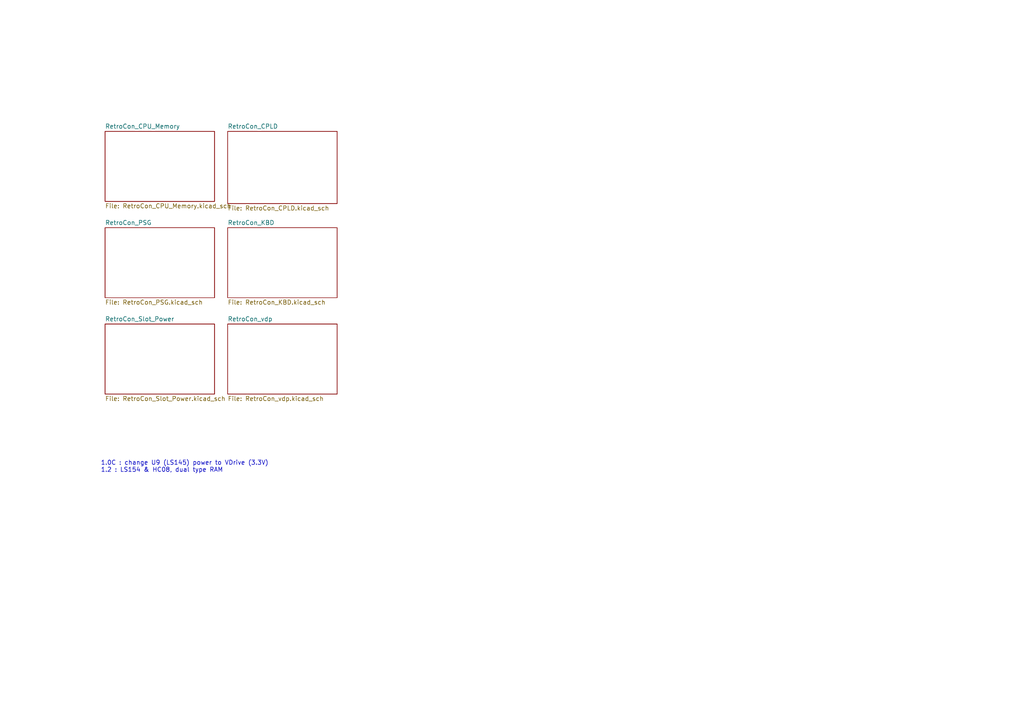
<source format=kicad_sch>
(kicad_sch (version 20211123) (generator eeschema)

  (uuid 86143bb0-7899-4df8-b1df-baa3c0ac7889)

  (paper "A4")

  (title_block
    (title "RetroconT")
    (date "2020-01-01")
    (rev "v1.0")
    (comment 1 "Original Eagle Cad Version by Kevin Cho, ckevin@hanmail.net")
    (comment 2 "KiCAD by cloudree@naver.com")
    (comment 3 "for Tower Model")
  )

  (lib_symbols
  )


  (text "1.0C : change U9 (LS145) power to VDrive (3.3V)\n1.2 : LS154 & HC08, dual type RAM"
    (at 29.21 137.16 0)
    (effects (font (size 1.27 1.27)) (justify left bottom))
    (uuid d554632b-6dd0-47f8-b59b-3ce25177ca3e)
  )

  (sheet (at 66.04 93.98) (size 31.75 20.32) (fields_autoplaced)
    (stroke (width 0) (type solid) (color 0 0 0 0))
    (fill (color 0 0 0 0.0000))
    (uuid 00000000-0000-0000-0000-00005dee14fd)
    (property "Sheet name" "RetroCon_vdp" (id 0) (at 66.04 93.2684 0)
      (effects (font (size 1.27 1.27)) (justify left bottom))
    )
    (property "Sheet file" "RetroCon_vdp.kicad_sch" (id 1) (at 66.04 114.8846 0)
      (effects (font (size 1.27 1.27)) (justify left top))
    )
  )

  (sheet (at 30.48 93.98) (size 31.75 20.32) (fields_autoplaced)
    (stroke (width 0) (type solid) (color 0 0 0 0))
    (fill (color 0 0 0 0.0000))
    (uuid 00000000-0000-0000-0000-00005deeba39)
    (property "Sheet name" "RetroCon_Slot_Power" (id 0) (at 30.48 93.2684 0)
      (effects (font (size 1.27 1.27)) (justify left bottom))
    )
    (property "Sheet file" "RetroCon_Slot_Power.kicad_sch" (id 1) (at 30.48 114.8846 0)
      (effects (font (size 1.27 1.27)) (justify left top))
    )
  )

  (sheet (at 30.48 66.04) (size 31.75 20.32) (fields_autoplaced)
    (stroke (width 0) (type solid) (color 0 0 0 0))
    (fill (color 0 0 0 0.0000))
    (uuid 00000000-0000-0000-0000-00005df6daf8)
    (property "Sheet name" "RetroCon_PSG" (id 0) (at 30.48 65.3284 0)
      (effects (font (size 1.27 1.27)) (justify left bottom))
    )
    (property "Sheet file" "RetroCon_PSG.kicad_sch" (id 1) (at 30.48 86.9446 0)
      (effects (font (size 1.27 1.27)) (justify left top))
    )
  )

  (sheet (at 30.48 38.1) (size 31.75 20.32) (fields_autoplaced)
    (stroke (width 0) (type solid) (color 0 0 0 0))
    (fill (color 0 0 0 0.0000))
    (uuid 00000000-0000-0000-0000-00005dfdb65d)
    (property "Sheet name" "RetroCon_CPU_Memory" (id 0) (at 30.48 37.3884 0)
      (effects (font (size 1.27 1.27)) (justify left bottom))
    )
    (property "Sheet file" "RetroCon_CPU_Memory.kicad_sch" (id 1) (at 30.48 59.0046 0)
      (effects (font (size 1.27 1.27)) (justify left top))
    )
  )

  (sheet (at 66.04 66.04) (size 31.75 20.32) (fields_autoplaced)
    (stroke (width 0.1524) (type solid) (color 0 0 0 0))
    (fill (color 0 0 0 0.0000))
    (uuid b27debbe-6dcb-4b42-9a91-0e5955a757b5)
    (property "Sheet name" "RetroCon_KBD" (id 0) (at 66.04 65.3284 0)
      (effects (font (size 1.27 1.27)) (justify left bottom))
    )
    (property "Sheet file" "RetroCon_KBD.kicad_sch" (id 1) (at 66.04 86.9446 0)
      (effects (font (size 1.27 1.27)) (justify left top))
    )
  )

  (sheet (at 66.04 38.1) (size 31.75 20.955) (fields_autoplaced)
    (stroke (width 0.1524) (type solid) (color 0 0 0 0))
    (fill (color 0 0 0 0.0000))
    (uuid d3405eb9-e44d-4278-a0cf-ab5dbf278661)
    (property "Sheet name" "RetroCon_CPLD" (id 0) (at 66.04 37.3884 0)
      (effects (font (size 1.27 1.27)) (justify left bottom))
    )
    (property "Sheet file" "RetroCon_CPLD.kicad_sch" (id 1) (at 66.04 59.6396 0)
      (effects (font (size 1.27 1.27)) (justify left top))
    )
  )

  (sheet_instances
    (path "/" (page "1"))
    (path "/00000000-0000-0000-0000-00005dfdb65d" (page "3"))
    (path "/00000000-0000-0000-0000-00005df6daf8" (page "4"))
    (path "/00000000-0000-0000-0000-00005deeba39" (page "5"))
    (path "/00000000-0000-0000-0000-00005dee14fd" (page "6"))
    (path "/d3405eb9-e44d-4278-a0cf-ab5dbf278661" (page "7"))
    (path "/b27debbe-6dcb-4b42-9a91-0e5955a757b5" (page "8"))
  )

  (symbol_instances
    (path "/d3405eb9-e44d-4278-a0cf-ab5dbf278661/00000000-0000-0000-0000-00005e154f5b"
      (reference "#PWR01") (unit 1) (value "GND") (footprint "")
    )
    (path "/d3405eb9-e44d-4278-a0cf-ab5dbf278661/00000000-0000-0000-0000-00005e154982"
      (reference "#PWR02") (unit 1) (value "+5V") (footprint "")
    )
    (path "/00000000-0000-0000-0000-00005deeba39/00000000-0000-0000-0000-000060ff7169"
      (reference "#PWR03") (unit 1) (value "+12V") (footprint "")
    )
    (path "/00000000-0000-0000-0000-00005deeba39/00000000-0000-0000-0000-000060ff716f"
      (reference "#PWR04") (unit 1) (value "-12V") (footprint "")
    )
    (path "/00000000-0000-0000-0000-00005df6daf8/00000000-0000-0000-0000-000061041123"
      (reference "#PWR05") (unit 1) (value "GNDA") (footprint "")
    )
    (path "/00000000-0000-0000-0000-00005dee14fd/00000000-0000-0000-0000-00005dea8fd2"
      (reference "#PWR06") (unit 1) (value "+12V") (footprint "")
    )
    (path "/00000000-0000-0000-0000-00005dee14fd/00000000-0000-0000-0000-00005df64144"
      (reference "#PWR07") (unit 1) (value "GND") (footprint "")
    )
    (path "/00000000-0000-0000-0000-00005dee14fd/00000000-0000-0000-0000-00005df90e78"
      (reference "#PWR08") (unit 1) (value "+5V") (footprint "")
    )
    (path "/00000000-0000-0000-0000-00005df6daf8/00000000-0000-0000-0000-000061044161"
      (reference "#PWR09") (unit 1) (value "GNDA") (footprint "")
    )
    (path "/b27debbe-6dcb-4b42-9a91-0e5955a757b5/00000000-0000-0000-0000-000061c5865e"
      (reference "#PWR010") (unit 1) (value "+5V") (footprint "")
    )
    (path "/b27debbe-6dcb-4b42-9a91-0e5955a757b5/00000000-0000-0000-0000-000061228f1d"
      (reference "#PWR011") (unit 1) (value "+5V") (footprint "")
    )
    (path "/b27debbe-6dcb-4b42-9a91-0e5955a757b5/00000000-0000-0000-0000-0000612297ac"
      (reference "#PWR012") (unit 1) (value "GND") (footprint "")
    )
    (path "/00000000-0000-0000-0000-00005deeba39/00000000-0000-0000-0000-00005e57f0b6"
      (reference "#PWR013") (unit 1) (value "+5V") (footprint "")
    )
    (path "/00000000-0000-0000-0000-00005deeba39/00000000-0000-0000-0000-00005e57f0bc"
      (reference "#PWR014") (unit 1) (value "GND") (footprint "")
    )
    (path "/00000000-0000-0000-0000-00005deeba39/00000000-0000-0000-0000-00005e57f0c8"
      (reference "#PWR015") (unit 1) (value "-12V") (footprint "")
    )
    (path "/00000000-0000-0000-0000-00005deeba39/00000000-0000-0000-0000-00005e57f0c2"
      (reference "#PWR016") (unit 1) (value "GND") (footprint "")
    )
    (path "/00000000-0000-0000-0000-00005deeba39/00000000-0000-0000-0000-00005e57f0ce"
      (reference "#PWR017") (unit 1) (value "+12V") (footprint "")
    )
    (path "/b27debbe-6dcb-4b42-9a91-0e5955a757b5/00000000-0000-0000-0000-000061229c12"
      (reference "#PWR018") (unit 1) (value "GND") (footprint "")
    )
    (path "/00000000-0000-0000-0000-00005deeba39/00000000-0000-0000-0000-0000615fd834"
      (reference "#PWR019") (unit 1) (value "+5V") (footprint "")
    )
    (path "/00000000-0000-0000-0000-00005deeba39/00000000-0000-0000-0000-0000615fce3c"
      (reference "#PWR020") (unit 1) (value "GND") (footprint "")
    )
    (path "/00000000-0000-0000-0000-00005deeba39/00000000-0000-0000-0000-0000615fdc68"
      (reference "#PWR021") (unit 1) (value "+5V") (footprint "")
    )
    (path "/00000000-0000-0000-0000-00005deeba39/00000000-0000-0000-0000-0000615fd5b6"
      (reference "#PWR022") (unit 1) (value "GND") (footprint "")
    )
    (path "/00000000-0000-0000-0000-00005dfdb65d/00000000-0000-0000-0000-00005f3bd8ae"
      (reference "#PWR023") (unit 1) (value "GND") (footprint "")
    )
    (path "/00000000-0000-0000-0000-00005dfdb65d/00000000-0000-0000-0000-00005f3bde26"
      (reference "#PWR024") (unit 1) (value "GND") (footprint "")
    )
    (path "/00000000-0000-0000-0000-00005deeba39/00000000-0000-0000-0000-00006161a094"
      (reference "#PWR025") (unit 1) (value "GND") (footprint "")
    )
    (path "/00000000-0000-0000-0000-00005deeba39/00000000-0000-0000-0000-000061619acf"
      (reference "#PWR026") (unit 1) (value "+5V") (footprint "")
    )
    (path "/00000000-0000-0000-0000-00005deeba39/00000000-0000-0000-0000-0000610538c5"
      (reference "#PWR027") (unit 1) (value "+5VP") (footprint "")
    )
    (path "/00000000-0000-0000-0000-00005deeba39/00000000-0000-0000-0000-00006105333d"
      (reference "#PWR028") (unit 1) (value "+5VP") (footprint "")
    )
    (path "/00000000-0000-0000-0000-00005deeba39/00000000-0000-0000-0000-000061011422"
      (reference "#PWR029") (unit 1) (value "GND") (footprint "")
    )
    (path "/00000000-0000-0000-0000-00005dfdb65d/00000000-0000-0000-0000-00006180bd25"
      (reference "#PWR030") (unit 1) (value "GND") (footprint "")
    )
    (path "/00000000-0000-0000-0000-00005dfdb65d/00000000-0000-0000-0000-00006180c355"
      (reference "#PWR031") (unit 1) (value "GND") (footprint "")
    )
    (path "/b27debbe-6dcb-4b42-9a91-0e5955a757b5/00000000-0000-0000-0000-000061c6c1aa"
      (reference "#PWR032") (unit 1) (value "+5V") (footprint "")
    )
    (path "/b27debbe-6dcb-4b42-9a91-0e5955a757b5/00000000-0000-0000-0000-000061c58d3f"
      (reference "#PWR033") (unit 1) (value "+5V") (footprint "")
    )
    (path "/b27debbe-6dcb-4b42-9a91-0e5955a757b5/00000000-0000-0000-0000-000061c57d1a"
      (reference "#PWR034") (unit 1) (value "GND") (footprint "")
    )
    (path "/b27debbe-6dcb-4b42-9a91-0e5955a757b5/00000000-0000-0000-0000-000061c5816d"
      (reference "#PWR035") (unit 1) (value "GND") (footprint "")
    )
    (path "/b27debbe-6dcb-4b42-9a91-0e5955a757b5/00000000-0000-0000-0000-000061c6b9a6"
      (reference "#PWR036") (unit 1) (value "+5V") (footprint "")
    )
    (path "/b27debbe-6dcb-4b42-9a91-0e5955a757b5/00000000-0000-0000-0000-000061c7a235"
      (reference "#PWR037") (unit 1) (value "+5V") (footprint "")
    )
    (path "/b27debbe-6dcb-4b42-9a91-0e5955a757b5/00000000-0000-0000-0000-000061c8ce5d"
      (reference "#PWR038") (unit 1) (value "+5V") (footprint "")
    )
    (path "/b27debbe-6dcb-4b42-9a91-0e5955a757b5/00000000-0000-0000-0000-000061c3cb38"
      (reference "#PWR039") (unit 1) (value "+5V") (footprint "")
    )
    (path "/b27debbe-6dcb-4b42-9a91-0e5955a757b5/00000000-0000-0000-0000-000061c40e10"
      (reference "#PWR040") (unit 1) (value "+5V") (footprint "")
    )
    (path "/00000000-0000-0000-0000-00005deeba39/17aab83d-02e8-4f41-9c01-5786e890f7a1"
      (reference "#PWR041") (unit 1) (value "+5VP") (footprint "")
    )
    (path "/00000000-0000-0000-0000-00005deeba39/e2fe6a45-a992-4bca-8a6e-120877c6af53"
      (reference "#PWR042") (unit 1) (value "GND") (footprint "")
    )
    (path "/00000000-0000-0000-0000-00005dfdb65d/aed85a5b-31f6-4349-92e4-794efe63d4e5"
      (reference "#PWR043") (unit 1) (value "GND") (footprint "")
    )
    (path "/00000000-0000-0000-0000-00005dfdb65d/a3581154-1091-4eed-8c08-804539d2032a"
      (reference "#PWR044") (unit 1) (value "+5V") (footprint "")
    )
    (path "/00000000-0000-0000-0000-00005dfdb65d/781d70df-0abb-46ef-a958-24d08342d22a"
      (reference "#PWR045") (unit 1) (value "GND") (footprint "")
    )
    (path "/00000000-0000-0000-0000-00005dfdb65d/7bc3da93-9aeb-4ebd-a8d1-b6a2f2e805ea"
      (reference "#PWR046") (unit 1) (value "+5V") (footprint "")
    )
    (path "/00000000-0000-0000-0000-00005dfdb65d/9829c810-f01b-4ecb-9e13-9a3dac6b6fc3"
      (reference "#PWR047") (unit 1) (value "+5V") (footprint "")
    )
    (path "/00000000-0000-0000-0000-00005dfdb65d/af4249f8-ca5d-4016-a047-1a2765bac975"
      (reference "#PWR048") (unit 1) (value "GND") (footprint "")
    )
    (path "/00000000-0000-0000-0000-00005dfdb65d/a56382e6-1044-4e74-948b-49b5dae18843"
      (reference "#PWR049") (unit 1) (value "+5V") (footprint "")
    )
    (path "/00000000-0000-0000-0000-00005deeba39/356ddd81-1842-48a4-bdc0-c842f28b6ff9"
      (reference "#PWR050") (unit 1) (value "GND") (footprint "")
    )
    (path "/00000000-0000-0000-0000-00005deeba39/50245282-f719-4676-bfb2-75e6d124ea65"
      (reference "#PWR051") (unit 1) (value "GND") (footprint "")
    )
    (path "/00000000-0000-0000-0000-00005df6daf8/00000000-0000-0000-0000-00005de2c6d3"
      (reference "#PWR052") (unit 1) (value "GND") (footprint "")
    )
    (path "/00000000-0000-0000-0000-00005dee14fd/34f2a630-0948-4c98-817f-c76950676ecc"
      (reference "#PWR053") (unit 1) (value "+5V") (footprint "")
    )
    (path "/00000000-0000-0000-0000-00005deeba39/36451553-0cff-424e-a248-75af2a38161a"
      (reference "#PWR054") (unit 1) (value "GND") (footprint "")
    )
    (path "/00000000-0000-0000-0000-00005df6daf8/00000000-0000-0000-0000-00005de2c6d9"
      (reference "#PWR055") (unit 1) (value "GND") (footprint "")
    )
    (path "/00000000-0000-0000-0000-00005deeba39/80d97311-61d2-4c96-9cab-9479a517a531"
      (reference "#PWR056") (unit 1) (value "GND") (footprint "")
    )
    (path "/00000000-0000-0000-0000-00005deeba39/0ca68bbd-02f1-4acf-ac60-a261d29c8c88"
      (reference "#PWR057") (unit 1) (value "GND") (footprint "")
    )
    (path "/00000000-0000-0000-0000-00005deeba39/af9d7710-9e0c-468e-8240-a256c681166d"
      (reference "#PWR058") (unit 1) (value "GND") (footprint "")
    )
    (path "/00000000-0000-0000-0000-00005dee14fd/eec3d22c-eb06-4e45-b7c5-66ec0f44e48a"
      (reference "#PWR059") (unit 1) (value "GND") (footprint "")
    )
    (path "/00000000-0000-0000-0000-00005deeba39/8d14d726-4c7f-4b55-992f-13b62b95b659"
      (reference "#PWR060") (unit 1) (value "GND") (footprint "")
    )
    (path "/00000000-0000-0000-0000-00005deeba39/f7a962e1-cbbd-4fb3-905d-849587a40cd7"
      (reference "#PWR061") (unit 1) (value "GND") (footprint "")
    )
    (path "/00000000-0000-0000-0000-00005deeba39/813b56c3-67b1-4a51-8ead-56a1f452e2b0"
      (reference "#PWR062") (unit 1) (value "GND") (footprint "")
    )
    (path "/00000000-0000-0000-0000-00005deeba39/405860ec-1af4-4714-9150-99824d01a394"
      (reference "#PWR063") (unit 1) (value "GND") (footprint "")
    )
    (path "/00000000-0000-0000-0000-00005deeba39/39c82d7a-8417-4fa0-ab57-bd1094da7f26"
      (reference "#PWR065") (unit 1) (value "GND") (footprint "")
    )
    (path "/00000000-0000-0000-0000-00005deeba39/48ad0424-2e5f-474d-991a-f7cb73858999"
      (reference "#PWR066") (unit 1) (value "GND") (footprint "")
    )
    (path "/00000000-0000-0000-0000-00005deeba39/03ed5f21-4766-4a0e-be89-04147641c5e4"
      (reference "#PWR068") (unit 1) (value "+5V") (footprint "")
    )
    (path "/00000000-0000-0000-0000-00005deeba39/00000000-0000-0000-0000-00005df4128e"
      (reference "#PWR069") (unit 1) (value "+5V") (footprint "")
    )
    (path "/00000000-0000-0000-0000-00005deeba39/00000000-0000-0000-0000-00005df41294"
      (reference "#PWR070") (unit 1) (value "GND") (footprint "")
    )
    (path "/00000000-0000-0000-0000-00005deeba39/00000000-0000-0000-0000-00005df4129a"
      (reference "#PWR071") (unit 1) (value "+12V") (footprint "")
    )
    (path "/00000000-0000-0000-0000-00005deeba39/00000000-0000-0000-0000-00005df3db7b"
      (reference "#PWR072") (unit 1) (value "GND") (footprint "")
    )
    (path "/00000000-0000-0000-0000-00005deeba39/00aa2acc-6d33-41ff-8bb3-b5f4deef5c5a"
      (reference "#PWR073") (unit 1) (value "GND") (footprint "")
    )
    (path "/00000000-0000-0000-0000-00005deeba39/3e62ac81-e789-434c-a853-3dfd3fda085a"
      (reference "#PWR074") (unit 1) (value "GND") (footprint "")
    )
    (path "/00000000-0000-0000-0000-00005deeba39/830a6181-70cd-4bd3-9bb5-fe49bc3b1ed7"
      (reference "#PWR075") (unit 1) (value "GND") (footprint "")
    )
    (path "/00000000-0000-0000-0000-00005deeba39/00000000-0000-0000-0000-00005df3db87"
      (reference "#PWR076") (unit 1) (value "-12V") (footprint "")
    )
    (path "/00000000-0000-0000-0000-00005deeba39/23561621-bd90-4981-b1d8-eee064b90b2c"
      (reference "#PWR077") (unit 1) (value "GND") (footprint "")
    )
    (path "/00000000-0000-0000-0000-00005deeba39/78c0aba0-2882-4b12-9c39-7d96f3fbced9"
      (reference "#PWR079") (unit 1) (value "GND") (footprint "")
    )
    (path "/00000000-0000-0000-0000-00005deeba39/00000000-0000-0000-0000-00005df3db81"
      (reference "#PWR080") (unit 1) (value "GND") (footprint "")
    )
    (path "/00000000-0000-0000-0000-00005deeba39/7f518ad4-ea6c-4699-8b9f-9c729df5a7a9"
      (reference "#PWR081") (unit 1) (value "GND") (footprint "")
    )
    (path "/00000000-0000-0000-0000-00005dee14fd/00000000-0000-0000-0000-00005dd5401f"
      (reference "#PWR0101") (unit 1) (value "GND") (footprint "")
    )
    (path "/00000000-0000-0000-0000-00005dee14fd/00000000-0000-0000-0000-00005dd54121"
      (reference "#PWR0102") (unit 1) (value "GND") (footprint "")
    )
    (path "/00000000-0000-0000-0000-00005dee14fd/00000000-0000-0000-0000-00005dd542ac"
      (reference "#PWR0103") (unit 1) (value "+5V") (footprint "")
    )
    (path "/00000000-0000-0000-0000-00005dee14fd/00000000-0000-0000-0000-00005dd54fe3"
      (reference "#PWR0104") (unit 1) (value "GND") (footprint "")
    )
    (path "/00000000-0000-0000-0000-00005dee14fd/00000000-0000-0000-0000-00005dd59c10"
      (reference "#PWR0105") (unit 1) (value "GND") (footprint "")
    )
    (path "/00000000-0000-0000-0000-00005dee14fd/00000000-0000-0000-0000-00005dd59c16"
      (reference "#PWR0106") (unit 1) (value "GND") (footprint "")
    )
    (path "/00000000-0000-0000-0000-00005dee14fd/00000000-0000-0000-0000-00005dd59c1c"
      (reference "#PWR0107") (unit 1) (value "+5V") (footprint "")
    )
    (path "/00000000-0000-0000-0000-00005dee14fd/00000000-0000-0000-0000-00005dd59c2c"
      (reference "#PWR0108") (unit 1) (value "GND") (footprint "")
    )
    (path "/00000000-0000-0000-0000-00005dee14fd/00000000-0000-0000-0000-00005dd5ef8d"
      (reference "#PWR0109") (unit 1) (value "GND") (footprint "")
    )
    (path "/00000000-0000-0000-0000-00005dee14fd/00000000-0000-0000-0000-00005dd5ef93"
      (reference "#PWR0110") (unit 1) (value "GND") (footprint "")
    )
    (path "/00000000-0000-0000-0000-00005dee14fd/00000000-0000-0000-0000-00005dd5ef99"
      (reference "#PWR0111") (unit 1) (value "+5V") (footprint "")
    )
    (path "/00000000-0000-0000-0000-00005dee14fd/00000000-0000-0000-0000-00005dd5efa9"
      (reference "#PWR0112") (unit 1) (value "GND") (footprint "")
    )
    (path "/00000000-0000-0000-0000-00005dee14fd/00000000-0000-0000-0000-00005dd5efc4"
      (reference "#PWR0113") (unit 1) (value "GND") (footprint "")
    )
    (path "/00000000-0000-0000-0000-00005dee14fd/00000000-0000-0000-0000-00005dd5efca"
      (reference "#PWR0114") (unit 1) (value "GND") (footprint "")
    )
    (path "/00000000-0000-0000-0000-00005dee14fd/00000000-0000-0000-0000-00005dd5efd0"
      (reference "#PWR0115") (unit 1) (value "+5V") (footprint "")
    )
    (path "/00000000-0000-0000-0000-00005dee14fd/00000000-0000-0000-0000-00005dd5efe0"
      (reference "#PWR0116") (unit 1) (value "GND") (footprint "")
    )
    (path "/00000000-0000-0000-0000-00005dee14fd/00000000-0000-0000-0000-00005dd641c7"
      (reference "#PWR0117") (unit 1) (value "GND") (footprint "")
    )
    (path "/00000000-0000-0000-0000-00005dee14fd/00000000-0000-0000-0000-00005dd64c38"
      (reference "#PWR0118") (unit 1) (value "+5V") (footprint "")
    )
    (path "/00000000-0000-0000-0000-00005dee14fd/00000000-0000-0000-0000-00005dd692f8"
      (reference "#PWR0119") (unit 1) (value "+5V") (footprint "")
    )
    (path "/00000000-0000-0000-0000-00005deeba39/00000000-0000-0000-0000-00005e22dd2d"
      (reference "#PWR0120") (unit 1) (value "GND") (footprint "")
    )
    (path "/00000000-0000-0000-0000-00005deeba39/00000000-0000-0000-0000-00005e22dd45"
      (reference "#PWR0121") (unit 1) (value "GND") (footprint "")
    )
    (path "/00000000-0000-0000-0000-00005deeba39/00000000-0000-0000-0000-00005e22dd4b"
      (reference "#PWR0122") (unit 1) (value "+5V") (footprint "")
    )
    (path "/00000000-0000-0000-0000-00005dee14fd/00000000-0000-0000-0000-00005dda7adb"
      (reference "#PWR0123") (unit 1) (value "GND") (footprint "")
    )
    (path "/00000000-0000-0000-0000-00005dee14fd/00000000-0000-0000-0000-00005ddcda03"
      (reference "#PWR0124") (unit 1) (value "+5V") (footprint "")
    )
    (path "/00000000-0000-0000-0000-00005dee14fd/00000000-0000-0000-0000-00005ddcfc2b"
      (reference "#PWR0125") (unit 1) (value "GND") (footprint "")
    )
    (path "/00000000-0000-0000-0000-00005dee14fd/00000000-0000-0000-0000-00005dde32a6"
      (reference "#PWR0126") (unit 1) (value "+5V") (footprint "")
    )
    (path "/00000000-0000-0000-0000-00005dee14fd/00000000-0000-0000-0000-00005dded2ea"
      (reference "#PWR0127") (unit 1) (value "+5V") (footprint "")
    )
    (path "/00000000-0000-0000-0000-00005dee14fd/00000000-0000-0000-0000-00005de31365"
      (reference "#PWR0128") (unit 1) (value "GND") (footprint "")
    )
    (path "/00000000-0000-0000-0000-00005deeba39/00000000-0000-0000-0000-00005e22dd59"
      (reference "#PWR0129") (unit 1) (value "+3.3V") (footprint "")
    )
    (path "/00000000-0000-0000-0000-00005deeba39/00000000-0000-0000-0000-00005e22dd63"
      (reference "#PWR0130") (unit 1) (value "+5V") (footprint "")
    )
    (path "/00000000-0000-0000-0000-00005deeba39/aad6a9d4-803c-48a9-8c48-ac14196e300b"
      (reference "#PWR0131") (unit 1) (value "+5V") (footprint "")
    )
    (path "/00000000-0000-0000-0000-00005deeba39/00000000-0000-0000-0000-00005e22dd7f"
      (reference "#PWR0132") (unit 1) (value "+5V") (footprint "")
    )
    (path "/00000000-0000-0000-0000-00005deeba39/00000000-0000-0000-0000-00005e22dd85"
      (reference "#PWR0133") (unit 1) (value "GND") (footprint "")
    )
    (path "/00000000-0000-0000-0000-00005deeba39/00000000-0000-0000-0000-00005e22dd8c"
      (reference "#PWR0134") (unit 1) (value "GND") (footprint "")
    )
    (path "/00000000-0000-0000-0000-00005deeba39/00000000-0000-0000-0000-00005e22dd92"
      (reference "#PWR0135") (unit 1) (value "-12V") (footprint "")
    )
    (path "/00000000-0000-0000-0000-00005df6daf8/00000000-0000-0000-0000-000061004b75"
      (reference "#PWR0136") (unit 1) (value "GNDA") (footprint "")
    )
    (path "/00000000-0000-0000-0000-00005deeba39/00000000-0000-0000-0000-00005e22dd98"
      (reference "#PWR0137") (unit 1) (value "+12V") (footprint "")
    )
    (path "/00000000-0000-0000-0000-00005df6daf8/00000000-0000-0000-0000-000060fff5f5"
      (reference "#PWR0138") (unit 1) (value "GNDA") (footprint "")
    )
    (path "/b27debbe-6dcb-4b42-9a91-0e5955a757b5/00000000-0000-0000-0000-000061831a6e"
      (reference "#PWR0139") (unit 1) (value "GND") (footprint "")
    )
    (path "/b27debbe-6dcb-4b42-9a91-0e5955a757b5/00000000-0000-0000-0000-0000611a36e9"
      (reference "#PWR0140") (unit 1) (value "GND") (footprint "")
    )
    (path "/00000000-0000-0000-0000-00005deeba39/00000000-0000-0000-0000-00005e22ddb1"
      (reference "#PWR0141") (unit 1) (value "GND") (footprint "")
    )
    (path "/00000000-0000-0000-0000-00005deeba39/00000000-0000-0000-0000-00005e22ddb7"
      (reference "#PWR0142") (unit 1) (value "-12V") (footprint "")
    )
    (path "/00000000-0000-0000-0000-00005deeba39/00000000-0000-0000-0000-00005e22ddbd"
      (reference "#PWR0143") (unit 1) (value "+12V") (footprint "")
    )
    (path "/00000000-0000-0000-0000-00005deeba39/00000000-0000-0000-0000-00005defe11c"
      (reference "#PWR0144") (unit 1) (value "+12V") (footprint "")
    )
    (path "/00000000-0000-0000-0000-00005deeba39/00000000-0000-0000-0000-00005defe122"
      (reference "#PWR0145") (unit 1) (value "-12V") (footprint "")
    )
    (path "/00000000-0000-0000-0000-00005deeba39/00000000-0000-0000-0000-00005defe150"
      (reference "#PWR0146") (unit 1) (value "GND") (footprint "")
    )
    (path "/00000000-0000-0000-0000-00005deeba39/00000000-0000-0000-0000-00005defe156"
      (reference "#PWR0147") (unit 1) (value "GND") (footprint "")
    )
    (path "/00000000-0000-0000-0000-00005deeba39/00000000-0000-0000-0000-00005defe15c"
      (reference "#PWR0148") (unit 1) (value "+5V") (footprint "")
    )
    (path "/00000000-0000-0000-0000-00005deeba39/00000000-0000-0000-0000-00005defe162"
      (reference "#PWR0149") (unit 1) (value "+5V") (footprint "")
    )
    (path "/00000000-0000-0000-0000-00005deeba39/00000000-0000-0000-0000-00005defe169"
      (reference "#PWR0150") (unit 1) (value "+12V") (footprint "")
    )
    (path "/00000000-0000-0000-0000-00005deeba39/00000000-0000-0000-0000-00005defe16f"
      (reference "#PWR0151") (unit 1) (value "-12V") (footprint "")
    )
    (path "/00000000-0000-0000-0000-00005deeba39/00000000-0000-0000-0000-00005defe18f"
      (reference "#PWR0152") (unit 1) (value "GND") (footprint "")
    )
    (path "/00000000-0000-0000-0000-00005deeba39/00000000-0000-0000-0000-00005defe195"
      (reference "#PWR0153") (unit 1) (value "GND") (footprint "")
    )
    (path "/00000000-0000-0000-0000-00005deeba39/00000000-0000-0000-0000-00005defe19b"
      (reference "#PWR0154") (unit 1) (value "+5V") (footprint "")
    )
    (path "/00000000-0000-0000-0000-00005deeba39/00000000-0000-0000-0000-00005defe1a1"
      (reference "#PWR0155") (unit 1) (value "+5V") (footprint "")
    )
    (path "/00000000-0000-0000-0000-00005deeba39/00000000-0000-0000-0000-00005e22ddc3"
      (reference "#PWR0156") (unit 1) (value "+5V") (footprint "")
    )
    (path "/00000000-0000-0000-0000-00005deeba39/00000000-0000-0000-0000-00005e22ddc9"
      (reference "#PWR0157") (unit 1) (value "+12V") (footprint "")
    )
    (path "/00000000-0000-0000-0000-00005deeba39/00000000-0000-0000-0000-00005e22ddcf"
      (reference "#PWR0158") (unit 1) (value "-12V") (footprint "")
    )
    (path "/00000000-0000-0000-0000-00005deeba39/00000000-0000-0000-0000-00005e22ddfc"
      (reference "#PWR0159") (unit 1) (value "GND") (footprint "")
    )
    (path "/00000000-0000-0000-0000-00005deeba39/00000000-0000-0000-0000-00005defe1c0"
      (reference "#PWR0160") (unit 1) (value "+5V") (footprint "")
    )
    (path "/00000000-0000-0000-0000-00005deeba39/00000000-0000-0000-0000-00005defe1c6"
      (reference "#PWR0161") (unit 1) (value "GND") (footprint "")
    )
    (path "/00000000-0000-0000-0000-00005deeba39/00000000-0000-0000-0000-00005defe1cc"
      (reference "#PWR0162") (unit 1) (value "GND") (footprint "")
    )
    (path "/00000000-0000-0000-0000-00005deeba39/00000000-0000-0000-0000-00005defe1d2"
      (reference "#PWR0163") (unit 1) (value "GND") (footprint "")
    )
    (path "/00000000-0000-0000-0000-00005deeba39/00000000-0000-0000-0000-00005defe1d8"
      (reference "#PWR0164") (unit 1) (value "+12V") (footprint "")
    )
    (path "/00000000-0000-0000-0000-00005deeba39/00000000-0000-0000-0000-00005defe1de"
      (reference "#PWR0165") (unit 1) (value "-12V") (footprint "")
    )
    (path "/b27debbe-6dcb-4b42-9a91-0e5955a757b5/5b187db3-8f74-4ef0-bdd5-c88d978fe7c9"
      (reference "#PWR0166") (unit 1) (value "+5V") (footprint "")
    )
    (path "/b27debbe-6dcb-4b42-9a91-0e5955a757b5/00000000-0000-0000-0000-000061831a74"
      (reference "#PWR0167") (unit 1) (value "GND") (footprint "")
    )
    (path "/b27debbe-6dcb-4b42-9a91-0e5955a757b5/9dbd0703-84c5-4b9b-8b71-fd59dee36bd9"
      (reference "#PWR0168") (unit 1) (value "GND") (footprint "")
    )
    (path "/00000000-0000-0000-0000-00005deeba39/00000000-0000-0000-0000-00005e22de3c"
      (reference "#PWR0169") (unit 1) (value "+5V") (footprint "")
    )
    (path "/b27debbe-6dcb-4b42-9a91-0e5955a757b5/3d22994d-9cb5-4cb4-a319-a9aee02b4504"
      (reference "#PWR0170") (unit 1) (value "GND") (footprint "")
    )
    (path "/b27debbe-6dcb-4b42-9a91-0e5955a757b5/cbe5063b-fa87-45ca-9686-6bbbab0a1deb"
      (reference "#PWR0171") (unit 1) (value "+5V") (footprint "")
    )
    (path "/b27debbe-6dcb-4b42-9a91-0e5955a757b5/7108801e-4937-418d-8285-869110bde940"
      (reference "#PWR0172") (unit 1) (value "GND") (footprint "")
    )
    (path "/d3405eb9-e44d-4278-a0cf-ab5dbf278661/00000000-0000-0000-0000-00005df40b40"
      (reference "#PWR0173") (unit 1) (value "GND") (footprint "")
    )
    (path "/d3405eb9-e44d-4278-a0cf-ab5dbf278661/00000000-0000-0000-0000-00005df40b46"
      (reference "#PWR0174") (unit 1) (value "GND") (footprint "")
    )
    (path "/d3405eb9-e44d-4278-a0cf-ab5dbf278661/00000000-0000-0000-0000-00005df40b4c"
      (reference "#PWR0175") (unit 1) (value "+5V") (footprint "")
    )
    (path "/b27debbe-6dcb-4b42-9a91-0e5955a757b5/00000000-0000-0000-0000-00005e1f1d80"
      (reference "#PWR0176") (unit 1) (value "GND") (footprint "")
    )
    (path "/b27debbe-6dcb-4b42-9a91-0e5955a757b5/00000000-0000-0000-0000-00005e1f1d96"
      (reference "#PWR0177") (unit 1) (value "+3.3V") (footprint "")
    )
    (path "/b27debbe-6dcb-4b42-9a91-0e5955a757b5/00000000-0000-0000-0000-00005e1f1dad"
      (reference "#PWR0178") (unit 1) (value "GND") (footprint "")
    )
    (path "/d3405eb9-e44d-4278-a0cf-ab5dbf278661/00000000-0000-0000-0000-00005df40b82"
      (reference "#PWR0179") (unit 1) (value "GND") (footprint "")
    )
    (path "/d3405eb9-e44d-4278-a0cf-ab5dbf278661/00000000-0000-0000-0000-00005df40b88"
      (reference "#PWR0180") (unit 1) (value "+5V") (footprint "")
    )
    (path "/d3405eb9-e44d-4278-a0cf-ab5dbf278661/00000000-0000-0000-0000-00005df40ba5"
      (reference "#PWR0181") (unit 1) (value "+5V") (footprint "")
    )
    (path "/d3405eb9-e44d-4278-a0cf-ab5dbf278661/00000000-0000-0000-0000-00005df40bab"
      (reference "#PWR0182") (unit 1) (value "+5V") (footprint "")
    )
    (path "/00000000-0000-0000-0000-00005df6daf8/00000000-0000-0000-0000-00005dfa956e"
      (reference "#PWR0183") (unit 1) (value "GND") (footprint "")
    )
    (path "/00000000-0000-0000-0000-00005df6daf8/00000000-0000-0000-0000-00005dfa9586"
      (reference "#PWR0184") (unit 1) (value "+5V") (footprint "")
    )
    (path "/00000000-0000-0000-0000-00005df6daf8/00000000-0000-0000-0000-00005dfa958c"
      (reference "#PWR0185") (unit 1) (value "+5V") (footprint "")
    )
    (path "/00000000-0000-0000-0000-00005df6daf8/00000000-0000-0000-0000-00005dfa959c"
      (reference "#PWR0186") (unit 1) (value "GND") (footprint "")
    )
    (path "/00000000-0000-0000-0000-00005df6daf8/00000000-0000-0000-0000-00005dfa95a2"
      (reference "#PWR0187") (unit 1) (value "GND") (footprint "")
    )
    (path "/00000000-0000-0000-0000-00005df6daf8/00000000-0000-0000-0000-00005dfa95a8"
      (reference "#PWR0188") (unit 1) (value "GND") (footprint "")
    )
    (path "/00000000-0000-0000-0000-00005df6daf8/00000000-0000-0000-0000-00005dfa95ae"
      (reference "#PWR0189") (unit 1) (value "+5V") (footprint "")
    )
    (path "/00000000-0000-0000-0000-00005df6daf8/00000000-0000-0000-0000-00005dfa95b4"
      (reference "#PWR0190") (unit 1) (value "+5V") (footprint "")
    )
    (path "/00000000-0000-0000-0000-00005df6daf8/00000000-0000-0000-0000-00005dfa95ba"
      (reference "#PWR0191") (unit 1) (value "GND") (footprint "")
    )
    (path "/00000000-0000-0000-0000-00005df6daf8/00000000-0000-0000-0000-00005dfa95c0"
      (reference "#PWR0192") (unit 1) (value "GND") (footprint "")
    )
    (path "/00000000-0000-0000-0000-00005df6daf8/00000000-0000-0000-0000-00005dfa95c6"
      (reference "#PWR0193") (unit 1) (value "+5V") (footprint "")
    )
    (path "/b27debbe-6dcb-4b42-9a91-0e5955a757b5/00000000-0000-0000-0000-00005e1f1db3"
      (reference "#PWR0194") (unit 1) (value "+3.3V") (footprint "")
    )
    (path "/b27debbe-6dcb-4b42-9a91-0e5955a757b5/00000000-0000-0000-0000-00005e1f1db9"
      (reference "#PWR0195") (unit 1) (value "GND") (footprint "")
    )
    (path "/00000000-0000-0000-0000-00005df6daf8/00000000-0000-0000-0000-00005dfa9619"
      (reference "#PWR0196") (unit 1) (value "+5V") (footprint "")
    )
    (path "/00000000-0000-0000-0000-00005df6daf8/00000000-0000-0000-0000-00005dfa961f"
      (reference "#PWR0197") (unit 1) (value "GND") (footprint "")
    )
    (path "/b27debbe-6dcb-4b42-9a91-0e5955a757b5/00000000-0000-0000-0000-00005e1f1dbf"
      (reference "#PWR0198") (unit 1) (value "+3.3V") (footprint "")
    )
    (path "/b27debbe-6dcb-4b42-9a91-0e5955a757b5/00000000-0000-0000-0000-00005e1f1dc5"
      (reference "#PWR0199") (unit 1) (value "+3.3V") (footprint "")
    )
    (path "/00000000-0000-0000-0000-00005deeba39/f264a1e3-422d-4e50-b1f4-e72f612ee83a"
      (reference "#PWR0200") (unit 1) (value "+5V") (footprint "")
    )
    (path "/00000000-0000-0000-0000-00005dee14fd/00000000-0000-0000-0000-00005de3bfad"
      (reference "#PWR0201") (unit 1) (value "GNDA") (footprint "")
    )
    (path "/00000000-0000-0000-0000-00005dee14fd/00000000-0000-0000-0000-00005de3bfe4"
      (reference "#PWR0202") (unit 1) (value "+5V") (footprint "")
    )
    (path "/00000000-0000-0000-0000-00005dee14fd/00000000-0000-0000-0000-00005de3bfea"
      (reference "#PWR0203") (unit 1) (value "GND") (footprint "")
    )
    (path "/b27debbe-6dcb-4b42-9a91-0e5955a757b5/00000000-0000-0000-0000-000061ad42bd"
      (reference "#PWR0204") (unit 1) (value "GND") (footprint "")
    )
    (path "/00000000-0000-0000-0000-00005df6daf8/00000000-0000-0000-0000-00005dfa96c4"
      (reference "#PWR0205") (unit 1) (value "GND") (footprint "")
    )
    (path "/00000000-0000-0000-0000-00005df6daf8/00000000-0000-0000-0000-00005dfa96ca"
      (reference "#PWR0206") (unit 1) (value "GND") (footprint "")
    )
    (path "/00000000-0000-0000-0000-00005df6daf8/00000000-0000-0000-0000-00005dfa96d0"
      (reference "#PWR0207") (unit 1) (value "+5V") (footprint "")
    )
    (path "/00000000-0000-0000-0000-00005df6daf8/00000000-0000-0000-0000-00005dfa96d6"
      (reference "#PWR0208") (unit 1) (value "+5V") (footprint "")
    )
    (path "/00000000-0000-0000-0000-00005df6daf8/00000000-0000-0000-0000-00005df3cf4b"
      (reference "#PWR0209") (unit 1) (value "+5V") (footprint "")
    )
    (path "/00000000-0000-0000-0000-00005df6daf8/00000000-0000-0000-0000-00005dfa96ed"
      (reference "#PWR0210") (unit 1) (value "GND") (footprint "")
    )
    (path "/00000000-0000-0000-0000-00005df6daf8/00000000-0000-0000-0000-00005dfa96f3"
      (reference "#PWR0211") (unit 1) (value "GND") (footprint "")
    )
    (path "/00000000-0000-0000-0000-00005df6daf8/00000000-0000-0000-0000-00005dfa9745"
      (reference "#PWR0212") (unit 1) (value "+5V") (footprint "")
    )
    (path "/00000000-0000-0000-0000-00005df6daf8/00000000-0000-0000-0000-00005dfa9792"
      (reference "#PWR0213") (unit 1) (value "+5V") (footprint "")
    )
    (path "/00000000-0000-0000-0000-00005df6daf8/00000000-0000-0000-0000-00005dfa9798"
      (reference "#PWR0214") (unit 1) (value "+5V") (footprint "")
    )
    (path "/00000000-0000-0000-0000-00005df6daf8/00000000-0000-0000-0000-00005dfa97a9"
      (reference "#PWR0215") (unit 1) (value "GND") (footprint "")
    )
    (path "/00000000-0000-0000-0000-00005df6daf8/00000000-0000-0000-0000-00005dfa97af"
      (reference "#PWR0216") (unit 1) (value "GND") (footprint "")
    )
    (path "/00000000-0000-0000-0000-00005df6daf8/00000000-0000-0000-0000-00005dfa97b5"
      (reference "#PWR0217") (unit 1) (value "GND") (footprint "")
    )
    (path "/00000000-0000-0000-0000-00005df6daf8/00000000-0000-0000-0000-00005dfa97bb"
      (reference "#PWR0218") (unit 1) (value "GND") (footprint "")
    )
    (path "/00000000-0000-0000-0000-00005df6daf8/00000000-0000-0000-0000-00005dfa97c1"
      (reference "#PWR0219") (unit 1) (value "GND") (footprint "")
    )
    (path "/00000000-0000-0000-0000-00005df6daf8/00000000-0000-0000-0000-00005dfa97c7"
      (reference "#PWR0220") (unit 1) (value "GND") (footprint "")
    )
    (path "/00000000-0000-0000-0000-00005df6daf8/00000000-0000-0000-0000-00005dfa97da"
      (reference "#PWR0221") (unit 1) (value "GND") (footprint "")
    )
    (path "/00000000-0000-0000-0000-00005df6daf8/00000000-0000-0000-0000-00005dfa97eb"
      (reference "#PWR0222") (unit 1) (value "GND") (footprint "")
    )
    (path "/00000000-0000-0000-0000-00005df6daf8/00000000-0000-0000-0000-00005e01d086"
      (reference "#PWR0223") (unit 1) (value "+5V") (footprint "")
    )
    (path "/00000000-0000-0000-0000-00005df6daf8/00000000-0000-0000-0000-00005e01d742"
      (reference "#PWR0224") (unit 1) (value "GND") (footprint "")
    )
    (path "/00000000-0000-0000-0000-00005df6daf8/00000000-0000-0000-0000-00005e021f41"
      (reference "#PWR0225") (unit 1) (value "+5V") (footprint "")
    )
    (path "/00000000-0000-0000-0000-00005df6daf8/00000000-0000-0000-0000-00005e021f47"
      (reference "#PWR0226") (unit 1) (value "GND") (footprint "")
    )
    (path "/b27debbe-6dcb-4b42-9a91-0e5955a757b5/00000000-0000-0000-0000-000061ad46ef"
      (reference "#PWR0227") (unit 1) (value "GND") (footprint "")
    )
    (path "/00000000-0000-0000-0000-00005dfdb65d/00000000-0000-0000-0000-00005dff617c"
      (reference "#PWR0228") (unit 1) (value "GND") (footprint "")
    )
    (path "/00000000-0000-0000-0000-00005dfdb65d/00000000-0000-0000-0000-00005dff6188"
      (reference "#PWR0229") (unit 1) (value "+5V") (footprint "")
    )
    (path "/00000000-0000-0000-0000-00005dfdb65d/00000000-0000-0000-0000-00005dff618e"
      (reference "#PWR0230") (unit 1) (value "+5V") (footprint "")
    )
    (path "/00000000-0000-0000-0000-00005dfdb65d/00000000-0000-0000-0000-00005dff61af"
      (reference "#PWR0231") (unit 1) (value "+5V") (footprint "")
    )
    (path "/00000000-0000-0000-0000-00005dfdb65d/00000000-0000-0000-0000-00005dff61c2"
      (reference "#PWR0232") (unit 1) (value "+5V") (footprint "")
    )
    (path "/00000000-0000-0000-0000-00005dfdb65d/00000000-0000-0000-0000-00005dff61ce"
      (reference "#PWR0233") (unit 1) (value "GND") (footprint "")
    )
    (path "/00000000-0000-0000-0000-00005dfdb65d/00000000-0000-0000-0000-00005dff61ee"
      (reference "#PWR0234") (unit 1) (value "+5V") (footprint "")
    )
    (path "/00000000-0000-0000-0000-00005dfdb65d/00000000-0000-0000-0000-00005dff6204"
      (reference "#PWR0235") (unit 1) (value "GND") (footprint "")
    )
    (path "/00000000-0000-0000-0000-00005dfdb65d/00000000-0000-0000-0000-000061ad1920"
      (reference "#PWR0236") (unit 1) (value "+5V") (footprint "")
    )
    (path "/00000000-0000-0000-0000-00005dfdb65d/00000000-0000-0000-0000-00005dff6259"
      (reference "#PWR0237") (unit 1) (value "+5V") (footprint "")
    )
    (path "/00000000-0000-0000-0000-00005dfdb65d/00000000-0000-0000-0000-00005dff625f"
      (reference "#PWR0238") (unit 1) (value "GND") (footprint "")
    )
    (path "/00000000-0000-0000-0000-00005dfdb65d/00000000-0000-0000-0000-00005dff6291"
      (reference "#PWR0239") (unit 1) (value "+5V") (footprint "")
    )
    (path "/00000000-0000-0000-0000-00005dfdb65d/00000000-0000-0000-0000-00005dff6297"
      (reference "#PWR0240") (unit 1) (value "GND") (footprint "")
    )
    (path "/00000000-0000-0000-0000-00005dfdb65d/00000000-0000-0000-0000-00005e001d9b"
      (reference "#PWR0241") (unit 1) (value "+5V") (footprint "")
    )
    (path "/00000000-0000-0000-0000-00005dfdb65d/00000000-0000-0000-0000-00005dcc8c28"
      (reference "#PWR0242") (unit 1) (value "+5V") (footprint "")
    )
    (path "/00000000-0000-0000-0000-00005dfdb65d/00000000-0000-0000-0000-00005dcc9175"
      (reference "#PWR0243") (unit 1) (value "GND") (footprint "")
    )
    (path "/00000000-0000-0000-0000-00005deeba39/3b551456-f860-4338-acf8-3c8bd0f17715"
      (reference "#PWR0244") (unit 1) (value "+5V") (footprint "")
    )
    (path "/b27debbe-6dcb-4b42-9a91-0e5955a757b5/00000000-0000-0000-0000-00005e1f1e16"
      (reference "#PWR0245") (unit 1) (value "GND") (footprint "")
    )
    (path "/b27debbe-6dcb-4b42-9a91-0e5955a757b5/00000000-0000-0000-0000-00005e1f1e1c"
      (reference "#PWR0246") (unit 1) (value "GND") (footprint "")
    )
    (path "/b27debbe-6dcb-4b42-9a91-0e5955a757b5/00000000-0000-0000-0000-00005e1f1e22"
      (reference "#PWR0247") (unit 1) (value "+3.3V") (footprint "")
    )
    (path "/00000000-0000-0000-0000-00005deeba39/6f468701-74ef-4f73-9cc6-989210aaccf7"
      (reference "#PWR0248") (unit 1) (value "+5V") (footprint "")
    )
    (path "/00000000-0000-0000-0000-00005df6daf8/00000000-0000-0000-0000-00005e177432"
      (reference "#PWR0255") (unit 1) (value "GND") (footprint "")
    )
    (path "/00000000-0000-0000-0000-00005df6daf8/00000000-0000-0000-0000-00005e177456"
      (reference "#PWR0256") (unit 1) (value "GNDA") (footprint "")
    )
    (path "/00000000-0000-0000-0000-00005df6daf8/00000000-0000-0000-0000-00005e17745c"
      (reference "#PWR0257") (unit 1) (value "-12V") (footprint "")
    )
    (path "/00000000-0000-0000-0000-00005df6daf8/00000000-0000-0000-0000-00005e177463"
      (reference "#PWR0258") (unit 1) (value "+12V") (footprint "")
    )
    (path "/00000000-0000-0000-0000-00005df6daf8/00000000-0000-0000-0000-00005e177495"
      (reference "#PWR0259") (unit 1) (value "GNDA") (footprint "")
    )
    (path "/00000000-0000-0000-0000-00005df6daf8/00000000-0000-0000-0000-00005e1774f6"
      (reference "#PWR0261") (unit 1) (value "GNDA") (footprint "")
    )
    (path "/00000000-0000-0000-0000-00005df6daf8/00000000-0000-0000-0000-00005e1774fc"
      (reference "#PWR0262") (unit 1) (value "GNDA") (footprint "")
    )
    (path "/00000000-0000-0000-0000-00005df6daf8/00000000-0000-0000-0000-00005e177592"
      (reference "#PWR0268") (unit 1) (value "GNDA") (footprint "")
    )
    (path "/00000000-0000-0000-0000-00005dfdb65d/00000000-0000-0000-0000-00005e1d9ec8"
      (reference "#PWR0270") (unit 1) (value "+5V") (footprint "")
    )
    (path "/00000000-0000-0000-0000-00005dfdb65d/00000000-0000-0000-0000-00005e1d9ed4"
      (reference "#PWR0271") (unit 1) (value "GND") (footprint "")
    )
    (path "/00000000-0000-0000-0000-00005dfdb65d/00000000-0000-0000-0000-00005e1d9ef0"
      (reference "#PWR0272") (unit 1) (value "+5V") (footprint "")
    )
    (path "/00000000-0000-0000-0000-00005dee14fd/00000000-0000-0000-0000-00005dd315cd"
      (reference "#PWR0273") (unit 1) (value "GND") (footprint "")
    )
    (path "/00000000-0000-0000-0000-00005dfdb65d/00000000-0000-0000-0000-00005e1d9f1f"
      (reference "#PWR0274") (unit 1) (value "GND") (footprint "")
    )
    (path "/00000000-0000-0000-0000-00005dfdb65d/00000000-0000-0000-0000-00005e1d9f25"
      (reference "#PWR0275") (unit 1) (value "+5V") (footprint "")
    )
    (path "/00000000-0000-0000-0000-00005dfdb65d/00000000-0000-0000-0000-00005e1d9f31"
      (reference "#PWR0276") (unit 1) (value "GND") (footprint "")
    )
    (path "/00000000-0000-0000-0000-00005dfdb65d/00000000-0000-0000-0000-00005e1d9f37"
      (reference "#PWR0277") (unit 1) (value "+5V") (footprint "")
    )
    (path "/00000000-0000-0000-0000-00005dfdb65d/00000000-0000-0000-0000-00005de13706"
      (reference "#PWR0288") (unit 1) (value "+5V") (footprint "")
    )
    (path "/00000000-0000-0000-0000-00005deeba39/00000000-0000-0000-0000-00005dd6eff5"
      (reference "#PWR0292") (unit 1) (value "+5V") (footprint "")
    )
    (path "/00000000-0000-0000-0000-00005deeba39/00000000-0000-0000-0000-00005dd6effb"
      (reference "#PWR0293") (unit 1) (value "GND") (footprint "")
    )
    (path "/00000000-0000-0000-0000-00005deeba39/00000000-0000-0000-0000-00005dd6f001"
      (reference "#PWR0294") (unit 1) (value "+12V") (footprint "")
    )
    (path "/00000000-0000-0000-0000-00005deeba39/00000000-0000-0000-0000-00005dd6f007"
      (reference "#PWR0295") (unit 1) (value "-12V") (footprint "")
    )
    (path "/00000000-0000-0000-0000-00005deeba39/00000000-0000-0000-0000-00005dd6f033"
      (reference "#PWR0296") (unit 1) (value "GND") (footprint "")
    )
    (path "/00000000-0000-0000-0000-00005deeba39/00000000-0000-0000-0000-00005dd6f039"
      (reference "#PWR0297") (unit 1) (value "GND") (footprint "")
    )
    (path "/00000000-0000-0000-0000-00005deeba39/00000000-0000-0000-0000-00005dd6f03f"
      (reference "#PWR0298") (unit 1) (value "+5V") (footprint "")
    )
    (path "/00000000-0000-0000-0000-00005deeba39/00000000-0000-0000-0000-00005dd6f045"
      (reference "#PWR0299") (unit 1) (value "+5V") (footprint "")
    )
    (path "/00000000-0000-0000-0000-00005deeba39/00000000-0000-0000-0000-00005dd6f04c"
      (reference "#PWR0300") (unit 1) (value "GND") (footprint "")
    )
    (path "/00000000-0000-0000-0000-00005deeba39/00000000-0000-0000-0000-00005dd6f052"
      (reference "#PWR0301") (unit 1) (value "GND") (footprint "")
    )
    (path "/00000000-0000-0000-0000-00005deeba39/00000000-0000-0000-0000-00005dd6f058"
      (reference "#PWR0302") (unit 1) (value "+12V") (footprint "")
    )
    (path "/00000000-0000-0000-0000-00005deeba39/00000000-0000-0000-0000-00005dd6f05e"
      (reference "#PWR0303") (unit 1) (value "-12V") (footprint "")
    )
    (path "/d3405eb9-e44d-4278-a0cf-ab5dbf278661/00000000-0000-0000-0000-00005df0cb7d"
      (reference "#PWR0309") (unit 1) (value "+5V") (footprint "")
    )
    (path "/d3405eb9-e44d-4278-a0cf-ab5dbf278661/00000000-0000-0000-0000-00005df0087f"
      (reference "#PWR0311") (unit 1) (value "+5V") (footprint "")
    )
    (path "/d3405eb9-e44d-4278-a0cf-ab5dbf278661/00000000-0000-0000-0000-00005df01193"
      (reference "#PWR0313") (unit 1) (value "+5V") (footprint "")
    )
    (path "/d3405eb9-e44d-4278-a0cf-ab5dbf278661/00000000-0000-0000-0000-00005df013e3"
      (reference "#PWR0314") (unit 1) (value "+5V") (footprint "")
    )
    (path "/d3405eb9-e44d-4278-a0cf-ab5dbf278661/00000000-0000-0000-0000-00005df354eb"
      (reference "#PWR0315") (unit 1) (value "+5V") (footprint "")
    )
    (path "/d3405eb9-e44d-4278-a0cf-ab5dbf278661/00000000-0000-0000-0000-00005df588c8"
      (reference "#PWR0316") (unit 1) (value "GND") (footprint "")
    )
    (path "/d3405eb9-e44d-4278-a0cf-ab5dbf278661/00000000-0000-0000-0000-00005dee506f"
      (reference "#PWR0318") (unit 1) (value "+5V") (footprint "")
    )
    (path "/d3405eb9-e44d-4278-a0cf-ab5dbf278661/00000000-0000-0000-0000-00005df9c384"
      (reference "#PWR0320") (unit 1) (value "+5V") (footprint "")
    )
    (path "/00000000-0000-0000-0000-00005dee14fd/00000000-0000-0000-0000-00005e3a225c"
      (reference "#PWR0352") (unit 1) (value "GNDA") (footprint "")
    )
    (path "/d3405eb9-e44d-4278-a0cf-ab5dbf278661/00000000-0000-0000-0000-00005e082ed8"
      (reference "#PWR0372") (unit 1) (value "+5V") (footprint "")
    )
    (path "/d3405eb9-e44d-4278-a0cf-ab5dbf278661/00000000-0000-0000-0000-00005e082ede"
      (reference "#PWR0373") (unit 1) (value "GND") (footprint "")
    )
    (path "/d3405eb9-e44d-4278-a0cf-ab5dbf278661/00000000-0000-0000-0000-00005dfa8054"
      (reference "#PWR0374") (unit 1) (value "+5V") (footprint "")
    )
    (path "/d3405eb9-e44d-4278-a0cf-ab5dbf278661/00000000-0000-0000-0000-00005e4ab928"
      (reference "BT1") (unit 1) (value "Battery_Cell") (footprint "Battery:BatteryHolder_Keystone_104_1x23mm")
    )
    (path "/00000000-0000-0000-0000-00005dee14fd/00000000-0000-0000-0000-00005de2ca88"
      (reference "C1") (unit 1) (value "22p") (footprint "Library:C_0805_HandSoldering")
    )
    (path "/00000000-0000-0000-0000-00005dee14fd/00000000-0000-0000-0000-00005dd5efa3"
      (reference "C2") (unit 1) (value "0.1u") (footprint "Library:C_0805_HandSoldering")
    )
    (path "/00000000-0000-0000-0000-00005dee14fd/00000000-0000-0000-0000-00005dd6468d"
      (reference "C3") (unit 1) (value "0.1u") (footprint "Library:C_0805_HandSoldering")
    )
    (path "/00000000-0000-0000-0000-00005dfdb65d/00000000-0000-0000-0000-00005dff6265"
      (reference "C4") (unit 1) (value "0.1u") (footprint "Library:C_0805_HandSoldering")
    )
    (path "/00000000-0000-0000-0000-00005dee14fd/00000000-0000-0000-0000-00005e1e8dda"
      (reference "C5") (unit 1) (value "47p") (footprint "Library:C_0805_HandSoldering")
    )
    (path "/00000000-0000-0000-0000-00005df6daf8/00000000-0000-0000-0000-00005dfa9637"
      (reference "C6") (unit 1) (value "22u") (footprint "Library:CP_Radial_D6.3mm_P2.50mm")
    )
    (path "/00000000-0000-0000-0000-00005dee14fd/00000000-0000-0000-0000-00005ddc6ec3"
      (reference "C7") (unit 1) (value "22U") (footprint "Library:CP_Radial_D6.3mm_P2.50mm")
    )
    (path "/00000000-0000-0000-0000-00005dfdb65d/00000000-0000-0000-0000-00005dff61c8"
      (reference "C8") (unit 1) (value "0.1u") (footprint "Library:C_0805_HandSoldering")
    )
    (path "/00000000-0000-0000-0000-00005dee14fd/00000000-0000-0000-0000-00005ddc667a"
      (reference "C9") (unit 1) (value "0.1u") (footprint "Library:C_0805_HandSoldering")
    )
    (path "/00000000-0000-0000-0000-00005dee14fd/00000000-0000-0000-0000-00005e1e8deb"
      (reference "C10") (unit 1) (value "0.1u") (footprint "Library:C_0805_HandSoldering")
    )
    (path "/00000000-0000-0000-0000-00005deeba39/00000000-0000-0000-0000-00005e9179d3"
      (reference "C11") (unit 1) (value "10u") (footprint "Library:CP_Radial_D6.3mm_P2.50mm")
    )
    (path "/00000000-0000-0000-0000-00005df6daf8/00000000-0000-0000-0000-000060fff601"
      (reference "C12") (unit 1) (value "10u") (footprint "Library:CP_Radial_D6.3mm_P2.50mm")
    )
    (path "/00000000-0000-0000-0000-00005dee14fd/00000000-0000-0000-0000-00005e1e8e01"
      (reference "C13") (unit 1) (value "5p") (footprint "Library:C_0805_HandSoldering")
    )
    (path "/00000000-0000-0000-0000-00005deeba39/00000000-0000-0000-0000-00005e917ecf"
      (reference "C14") (unit 1) (value "10u") (footprint "Library:CP_Radial_D6.3mm_P2.50mm")
    )
    (path "/00000000-0000-0000-0000-00005deeba39/00000000-0000-0000-0000-00005defe227"
      (reference "C15") (unit 1) (value "1u") (footprint "Library:C_0805_HandSoldering")
    )
    (path "/00000000-0000-0000-0000-00005deeba39/00000000-0000-0000-0000-00005e22dd6f"
      (reference "C16") (unit 1) (value "100u") (footprint "Library:CP_Radial_D6.3mm_P2.50mm")
    )
    (path "/00000000-0000-0000-0000-00005dee14fd/00000000-0000-0000-0000-00005e1e8ea5"
      (reference "C17") (unit 1) (value "0.1u") (footprint "Library:C_0805_HandSoldering")
    )
    (path "/00000000-0000-0000-0000-00005deeba39/00000000-0000-0000-0000-00005e22de06"
      (reference "C18") (unit 1) (value "100u") (footprint "Library:CP_Radial_D6.3mm_P2.50mm")
    )
    (path "/00000000-0000-0000-0000-00005dee14fd/00000000-0000-0000-0000-00005e1e8dc2"
      (reference "C19") (unit 1) (value "0.1u") (footprint "Library:C_0805_HandSoldering")
    )
    (path "/00000000-0000-0000-0000-00005deeba39/00000000-0000-0000-0000-00005e22de10"
      (reference "C20") (unit 1) (value "100u") (footprint "Library:CP_Radial_D6.3mm_P2.50mm")
    )
    (path "/00000000-0000-0000-0000-00005deeba39/e2fb2b7a-0221-4d73-aff7-ff70f2771ec4"
      (reference "C21") (unit 1) (value "0.1uF") (footprint "Library:C_0805_HandSoldering")
    )
    (path "/00000000-0000-0000-0000-00005dee14fd/00000000-0000-0000-0000-00005e322761"
      (reference "C22") (unit 1) (value "47p") (footprint "Library:C_0805_HandSoldering")
    )
    (path "/b27debbe-6dcb-4b42-9a91-0e5955a757b5/00000000-0000-0000-0000-00005e1f1dcb"
      (reference "C23") (unit 1) (value "0.1u") (footprint "Library:C_0805_HandSoldering")
    )
    (path "/00000000-0000-0000-0000-00005dee14fd/00000000-0000-0000-0000-00005ddce336"
      (reference "C24") (unit 1) (value "0.1u") (footprint "Library:C_0805_HandSoldering")
    )
    (path "/b27debbe-6dcb-4b42-9a91-0e5955a757b5/00000000-0000-0000-0000-00005e1f1e38"
      (reference "C25") (unit 1) (value "0.1u") (footprint "Library:C_0805_HandSoldering")
    )
    (path "/00000000-0000-0000-0000-00005dee14fd/00000000-0000-0000-0000-00005dd5efda"
      (reference "C26") (unit 1) (value "0.1u") (footprint "Library:C_0805_HandSoldering")
    )
    (path "/00000000-0000-0000-0000-00005dee14fd/00000000-0000-0000-0000-00005dd54b26"
      (reference "C27") (unit 1) (value "0.1u") (footprint "Library:C_0805_HandSoldering")
    )
    (path "/00000000-0000-0000-0000-00005dee14fd/00000000-0000-0000-0000-00005dd59c26"
      (reference "C28") (unit 1) (value "0.1u") (footprint "Library:C_0805_HandSoldering")
    )
    (path "/00000000-0000-0000-0000-00005deeba39/00000000-0000-0000-0000-00005defe221"
      (reference "C29") (unit 1) (value "1u") (footprint "Library:C_0805_HandSoldering")
    )
    (path "/00000000-0000-0000-0000-00005deeba39/00000000-0000-0000-0000-00005defe21b"
      (reference "C30") (unit 1) (value "1u") (footprint "Library:C_0805_HandSoldering")
    )
    (path "/00000000-0000-0000-0000-00005dee14fd/00000000-0000-0000-0000-00005e1e8dc9"
      (reference "C31") (unit 1) (value "0.1u") (footprint "Library:C_0805_HandSoldering")
    )
    (path "/00000000-0000-0000-0000-00005df6daf8/00000000-0000-0000-0000-000061004b6f"
      (reference "C32") (unit 1) (value "10u") (footprint "Library:CP_Radial_D6.3mm_P2.50mm")
    )
    (path "/00000000-0000-0000-0000-00005df6daf8/00000000-0000-0000-0000-000061041129"
      (reference "C33") (unit 1) (value "10u") (footprint "Library:CP_Radial_D6.3mm_P2.50mm")
    )
    (path "/00000000-0000-0000-0000-00005df6daf8/00000000-0000-0000-0000-000061044167"
      (reference "C34") (unit 1) (value "0.033u") (footprint "Library:CP_Radial_D6.3mm_P2.50mm")
    )
    (path "/00000000-0000-0000-0000-00005df6daf8/00000000-0000-0000-0000-00005e17748f"
      (reference "C35") (unit 1) (value "0.1u") (footprint "Library:C_0805_HandSoldering")
    )
    (path "/00000000-0000-0000-0000-00005dee14fd/00000000-0000-0000-0000-00005e1e8e0e"
      (reference "C36") (unit 1) (value "0.1u") (footprint "Library:C_0805_HandSoldering")
    )
    (path "/00000000-0000-0000-0000-00005dee14fd/00000000-0000-0000-0000-00005e1e8e26"
      (reference "C37") (unit 1) (value "220U") (footprint "Library:CP_Radial_D6.3mm_P2.50mm")
    )
    (path "/00000000-0000-0000-0000-00005df6daf8/00000000-0000-0000-0000-00005e17744f"
      (reference "C38") (unit 1) (value "0.1u") (footprint "Library:C_0805_HandSoldering")
    )
    (path "/00000000-0000-0000-0000-00005df6daf8/00000000-0000-0000-0000-00005dfa9775"
      (reference "C39") (unit 1) (value "0.1u") (footprint "Library:C_0805_HandSoldering")
    )
    (path "/00000000-0000-0000-0000-00005df6daf8/00000000-0000-0000-0000-00005dfa9657"
      (reference "C40") (unit 1) (value "0.1u") (footprint "Library:C_0805_HandSoldering")
    )
    (path "/00000000-0000-0000-0000-00005df6daf8/00000000-0000-0000-0000-00005e021f3b"
      (reference "C41") (unit 1) (value "0.1u") (footprint "Library:C_0805_HandSoldering")
    )
    (path "/00000000-0000-0000-0000-00005df6daf8/00000000-0000-0000-0000-00005dfa9625"
      (reference "C42") (unit 1) (value "0.1u") (footprint "Library:C_0805_HandSoldering")
    )
    (path "/b27debbe-6dcb-4b42-9a91-0e5955a757b5/00000000-0000-0000-0000-00006120d5fb"
      (reference "C43") (unit 1) (value "0.1u") (footprint "Library:C_0805_HandSoldering")
    )
    (path "/b27debbe-6dcb-4b42-9a91-0e5955a757b5/00000000-0000-0000-0000-000061c3cb3e"
      (reference "C44") (unit 1) (value "0.1u") (footprint "Library:C_0805_HandSoldering")
    )
    (path "/00000000-0000-0000-0000-00005dfdb65d/00000000-0000-0000-0000-00005dff61fc"
      (reference "C45") (unit 1) (value "100u") (footprint "Library:CP_Radial_D6.3mm_P2.50mm")
    )
    (path "/00000000-0000-0000-0000-00005dee14fd/00000000-0000-0000-0000-00005e1e8e39"
      (reference "C46") (unit 1) (value "220U") (footprint "Library:CP_Radial_D6.3mm_P2.50mm")
    )
    (path "/d3405eb9-e44d-4278-a0cf-ab5dbf278661/00000000-0000-0000-0000-00005df40b8e"
      (reference "C47") (unit 1) (value "0.1u") (footprint "Library:C_0805_HandSoldering")
    )
    (path "/00000000-0000-0000-0000-00005dfdb65d/00000000-0000-0000-0000-00005dcc8697"
      (reference "C48") (unit 1) (value "0.1u") (footprint "Library:C_0805_HandSoldering")
    )
    (path "/00000000-0000-0000-0000-00005df6daf8/00000000-0000-0000-0000-00005e17747b"
      (reference "C49") (unit 1) (value "10u") (footprint "Library:CP_Radial_D6.3mm_P2.50mm")
    )
    (path "/00000000-0000-0000-0000-00005dee14fd/00000000-0000-0000-0000-00005e1e8e33"
      (reference "C50") (unit 1) (value "220U") (footprint "Library:CP_Radial_D6.3mm_P2.50mm")
    )
    (path "/00000000-0000-0000-0000-00005dee14fd/00000000-0000-0000-0000-00005e1e8e90"
      (reference "C51") (unit 1) (value "220U") (footprint "Library:CP_Radial_D6.3mm_P2.50mm")
    )
    (path "/b27debbe-6dcb-4b42-9a91-0e5955a757b5/00000000-0000-0000-0000-000061c40e16"
      (reference "C52") (unit 1) (value "0.1u") (footprint "Library:C_0805_HandSoldering")
    )
    (path "/00000000-0000-0000-0000-00005dee14fd/00000000-0000-0000-0000-00005e1e8e4c"
      (reference "C53") (unit 1) (value "27p") (footprint "Library:C_0805_HandSoldering")
    )
    (path "/00000000-0000-0000-0000-00005df6daf8/00000000-0000-0000-0000-00005e177580"
      (reference "C54") (unit 1) (value "10u") (footprint "Library:CP_Radial_D6.3mm_P2.50mm")
    )
    (path "/00000000-0000-0000-0000-00005dfdb65d/f1620bd0-127d-41a4-a7ad-b74a625d7ae0"
      (reference "C55") (unit 1) (value "0.1u") (footprint "Library:C_0805_HandSoldering")
    )
    (path "/00000000-0000-0000-0000-00005dfdb65d/f39e6774-92c7-4a04-bbb3-cb984eb93af6"
      (reference "C56") (unit 1) (value "0.1u") (footprint "Library:C_0805_HandSoldering")
    )
    (path "/00000000-0000-0000-0000-00005deeba39/24748bb3-36a4-4326-85c5-89888c5feb53"
      (reference "C57") (unit 1) (value "0.1uF") (footprint "Library:C_0805_HandSoldering")
    )
    (path "/00000000-0000-0000-0000-00005dfdb65d/00000000-0000-0000-0000-00005e1d9ece"
      (reference "C58") (unit 1) (value "0.1u") (footprint "Library:C_0805_HandSoldering")
    )
    (path "/00000000-0000-0000-0000-00005dee14fd/00000000-0000-0000-0000-00005e92b413"
      (reference "C59") (unit 1) (value "(Optional : 40p)") (footprint "Capacitor_THT:C_Rect_L7.0mm_W6.5mm_P5.00mm")
    )
    (path "/00000000-0000-0000-0000-00005deeba39/afee6d35-62d3-4be4-a86f-03a928338955"
      (reference "C60") (unit 1) (value "0.1uF") (footprint "Library:C_0805_HandSoldering")
    )
    (path "/00000000-0000-0000-0000-00005deeba39/aec556c8-026e-405e-8a7f-5eeb64c78fa4"
      (reference "C61") (unit 1) (value "0.1uF") (footprint "Library:C_0805_HandSoldering")
    )
    (path "/00000000-0000-0000-0000-00005deeba39/2c9c6732-1931-4de8-80a2-bda64225b512"
      (reference "C62") (unit 1) (value "0.1uF") (footprint "Library:C_0805_HandSoldering")
    )
    (path "/00000000-0000-0000-0000-00005dee14fd/00000000-0000-0000-0000-00005e307380"
      (reference "C63") (unit 1) (value "220U") (footprint "Library:CP_Radial_D6.3mm_P2.50mm")
    )
    (path "/00000000-0000-0000-0000-00005dee14fd/00000000-0000-0000-0000-00005e30737a"
      (reference "C64") (unit 1) (value "220U") (footprint "Library:CP_Radial_D6.3mm_P2.50mm")
    )
    (path "/00000000-0000-0000-0000-00005deeba39/00000000-0000-0000-0000-00005dd6f077"
      (reference "C66") (unit 1) (value "1u") (footprint "Library:C_0805_HandSoldering")
    )
    (path "/00000000-0000-0000-0000-00005deeba39/00000000-0000-0000-0000-00005dd6f071"
      (reference "C67") (unit 1) (value "1u") (footprint "Library:C_0805_HandSoldering")
    )
    (path "/00000000-0000-0000-0000-00005deeba39/00000000-0000-0000-0000-00005dd6f06b"
      (reference "C68") (unit 1) (value "1u") (footprint "Library:C_0805_HandSoldering")
    )
    (path "/d3405eb9-e44d-4278-a0cf-ab5dbf278661/00000000-0000-0000-0000-00005e082ee4"
      (reference "C73") (unit 1) (value "0.1u") (footprint "Library:C_0805_HandSoldering")
    )
    (path "/d3405eb9-e44d-4278-a0cf-ab5dbf278661/00000000-0000-0000-0000-00005e082eea"
      (reference "C74") (unit 1) (value "0.1u") (footprint "Library:C_0805_HandSoldering")
    )
    (path "/00000000-0000-0000-0000-00005deeba39/00000000-0000-0000-0000-00005df412a0"
      (reference "C87") (unit 1) (value "1u") (footprint "Library:C_0805_HandSoldering")
    )
    (path "/00000000-0000-0000-0000-00005deeba39/00000000-0000-0000-0000-00005df3db94"
      (reference "C88") (unit 1) (value "1u") (footprint "Library:C_0805_HandSoldering")
    )
    (path "/00000000-0000-0000-0000-00005deeba39/00000000-0000-0000-0000-00005df3db8e"
      (reference "C89") (unit 1) (value "1u") (footprint "Library:C_0805_HandSoldering")
    )
    (path "/d3405eb9-e44d-4278-a0cf-ab5dbf278661/00000000-0000-0000-0000-00005e082ef0"
      (reference "C93") (unit 1) (value "0.1u") (footprint "Library:C_0805_HandSoldering")
    )
    (path "/d3405eb9-e44d-4278-a0cf-ab5dbf278661/00000000-0000-0000-0000-00005e082ef6"
      (reference "C94") (unit 1) (value "0.1u") (footprint "Library:C_0805_HandSoldering")
    )
    (path "/d3405eb9-e44d-4278-a0cf-ab5dbf278661/00000000-0000-0000-0000-00005dfa62f3"
      (reference "C95") (unit 1) (value "0.1u") (footprint "Library:C_0805_HandSoldering")
    )
    (path "/d3405eb9-e44d-4278-a0cf-ab5dbf278661/00000000-0000-0000-0000-00005df20fb8"
      (reference "C96") (unit 1) (value "33p") (footprint "Library:C_0805_HandSoldering")
    )
    (path "/d3405eb9-e44d-4278-a0cf-ab5dbf278661/00000000-0000-0000-0000-00005e490d6b"
      (reference "C97") (unit 1) (value "33p") (footprint "Library:C_0805_HandSoldering")
    )
    (path "/d3405eb9-e44d-4278-a0cf-ab5dbf278661/00000000-0000-0000-0000-00005df56e3a"
      (reference "C98") (unit 1) (value "0.1u") (footprint "Library:C_0805_HandSoldering")
    )
    (path "/d3405eb9-e44d-4278-a0cf-ab5dbf278661/00000000-0000-0000-0000-00005df584ad"
      (reference "C99") (unit 1) (value "10u") (footprint "Library:CP_Radial_D6.3mm_P2.50mm")
    )
    (path "/d3405eb9-e44d-4278-a0cf-ab5dbf278661/00000000-0000-0000-0000-00005df0c3d7"
      (reference "D1") (unit 1) (value "1N4148") (footprint "Library:D_DO-41_SMD")
    )
    (path "/00000000-0000-0000-0000-00005dfdb65d/00000000-0000-0000-0000-00005dff61da"
      (reference "D2") (unit 1) (value "1N4148") (footprint "Library:D_DO-41_SMD")
    )
    (path "/00000000-0000-0000-0000-00005deeba39/00000000-0000-0000-0000-00005e22de5d"
      (reference "F1") (unit 1) (value "Fuse") (footprint "Fuse:Fuse_1812_4532Metric_Pad1.30x3.40mm_HandSolder")
    )
    (path "/00000000-0000-0000-0000-00005dee14fd/00000000-0000-0000-0000-00005e1e8e96"
      (reference "IC1") (unit 1) (value "BH7236") (footprint "Library:DIP-24_W15.24mm_Socket_with_SMD")
    )
    (path "/d3405eb9-e44d-4278-a0cf-ab5dbf278661/00000000-0000-0000-0000-00005e12b76c"
      (reference "IC2") (unit 1) (value "EPM7128-J84SOC-RetroCon-eagle-import") (footprint "Library:PLCC-84_THT-Socket_with_Ext")
    )
    (path "/d3405eb9-e44d-4278-a0cf-ab5dbf278661/00000000-0000-0000-0000-00005e12d960"
      (reference "IC2") (unit 2) (value "EPM7128-J84SOC-RetroCon-eagle-import") (footprint "Library:PLCC-84_THT-Socket_with_Ext")
    )
    (path "/d3405eb9-e44d-4278-a0cf-ab5dbf278661/00000000-0000-0000-0000-00005e1326e8"
      (reference "IC2") (unit 3) (value "EPM7128-J84SOC-RetroCon-eagle-import") (footprint "Library:PLCC-84_THT-Socket_with_Ext")
    )
    (path "/d3405eb9-e44d-4278-a0cf-ab5dbf278661/00000000-0000-0000-0000-00005e13669e"
      (reference "IC2") (unit 4) (value "EPM7128-J84SOC-RetroCon-eagle-import") (footprint "Library:PLCC-84_THT-Socket_with_Ext")
    )
    (path "/d3405eb9-e44d-4278-a0cf-ab5dbf278661/00000000-0000-0000-0000-00005e1388cb"
      (reference "IC2") (unit 5) (value "EPM7128-J84SOC-RetroCon-eagle-import") (footprint "Library:PLCC-84_THT-Socket_with_Ext")
    )
    (path "/d3405eb9-e44d-4278-a0cf-ab5dbf278661/00000000-0000-0000-0000-00005e13d60e"
      (reference "IC2") (unit 6) (value "EPM7128-J84SOC-RetroCon-eagle-import") (footprint "Library:PLCC-84_THT-Socket_with_Ext")
    )
    (path "/d3405eb9-e44d-4278-a0cf-ab5dbf278661/00000000-0000-0000-0000-00005e13eb28"
      (reference "IC2") (unit 7) (value "EPM7128-J84SOC-RetroCon-eagle-import") (footprint "Library:PLCC-84_THT-Socket_with_Ext")
    )
    (path "/d3405eb9-e44d-4278-a0cf-ab5dbf278661/00000000-0000-0000-0000-00005e13fed8"
      (reference "IC2") (unit 8) (value "EPM7128-J84SOC-RetroCon-eagle-import") (footprint "Library:PLCC-84_THT-Socket_with_Ext")
    )
    (path "/d3405eb9-e44d-4278-a0cf-ab5dbf278661/00000000-0000-0000-0000-00005e143935"
      (reference "IC2") (unit 9) (value "EPM7128-J84SOC-RetroCon-eagle-import") (footprint "Library:PLCC-84_THT-Socket_with_Ext")
    )
    (path "/d3405eb9-e44d-4278-a0cf-ab5dbf278661/00000000-0000-0000-0000-00005e146de3"
      (reference "IC2") (unit 10) (value "EPM7128-J84SOC-RetroCon-eagle-import") (footprint "Library:PLCC-84_THT-Socket_with_Ext")
    )
    (path "/d3405eb9-e44d-4278-a0cf-ab5dbf278661/00000000-0000-0000-0000-00005e14a544"
      (reference "IC2") (unit 11) (value "EPM7128-J84SOC-RetroCon-eagle-import") (footprint "Library:PLCC-84_THT-Socket_with_Ext")
    )
    (path "/d3405eb9-e44d-4278-a0cf-ab5dbf278661/00000000-0000-0000-0000-00005e14a8b7"
      (reference "IC2") (unit 12) (value "EPM7128-J84SOC-RetroCon-eagle-import") (footprint "Library:PLCC-84_THT-Socket_with_Ext")
    )
    (path "/d3405eb9-e44d-4278-a0cf-ab5dbf278661/00000000-0000-0000-0000-00005e14ca68"
      (reference "IC2") (unit 13) (value "EPM7128-J84SOC-RetroCon-eagle-import") (footprint "Library:PLCC-84_THT-Socket_with_Ext")
    )
    (path "/d3405eb9-e44d-4278-a0cf-ab5dbf278661/00000000-0000-0000-0000-00005e14e027"
      (reference "IC2") (unit 14) (value "EPM7128-J84SOC-RetroCon-eagle-import") (footprint "Library:PLCC-84_THT-Socket_with_Ext")
    )
    (path "/d3405eb9-e44d-4278-a0cf-ab5dbf278661/00000000-0000-0000-0000-00005e15057f"
      (reference "IC2") (unit 15) (value "EPM7128-J84SOC-RetroCon-eagle-import") (footprint "Library:PLCC-84_THT-Socket_with_Ext")
    )
    (path "/d3405eb9-e44d-4278-a0cf-ab5dbf278661/00000000-0000-0000-0000-00005e1510ae"
      (reference "IC2") (unit 16) (value "EPM7128-J84SOC-RetroCon-eagle-import") (footprint "Library:PLCC-84_THT-Socket_with_Ext")
    )
    (path "/d3405eb9-e44d-4278-a0cf-ab5dbf278661/00000000-0000-0000-0000-00005e153834"
      (reference "IC2") (unit 17) (value "EPM7128-J84SOC-RetroCon-eagle-import") (footprint "Library:PLCC-84_THT-Socket_with_Ext")
    )
    (path "/b27debbe-6dcb-4b42-9a91-0e5955a757b5/00000000-0000-0000-0000-00005e1f1da7"
      (reference "IC4") (unit 1) (value "74LVC245") (footprint "Package_DIP:DIP-20_W7.62mm_Socket")
    )
    (path "/00000000-0000-0000-0000-00005dfdb65d/9e1ffa67-3c9b-4324-adb0-8cb426b01d19"
      (reference "IC5") (unit 1) (value "UM61512") (footprint "Package_DIP:DIP-32_W7.62mm")
    )
    (path "/00000000-0000-0000-0000-00005dfdb65d/00000000-0000-0000-0000-00005dff61a0"
      (reference "IC6") (unit 1) (value "74xx74") (footprint "Library:DIP-14_W7.62mm_Socket_with_SMD")
    )
    (path "/00000000-0000-0000-0000-00005dfdb65d/00000000-0000-0000-0000-00005dff61a6"
      (reference "IC6") (unit 2) (value "74xx74") (footprint "Library:DIP-14_W7.62mm_Socket_with_SMD")
    )
    (path "/00000000-0000-0000-0000-00005dfdb65d/00000000-0000-0000-0000-00005dff628b"
      (reference "IC6") (unit 3) (value "74xx74") (footprint "Library:DIP-14_W7.62mm_Socket_with_SMD")
    )
    (path "/d3405eb9-e44d-4278-a0cf-ab5dbf278661/00000000-0000-0000-0000-00005df40b76"
      (reference "IC7") (unit 1) (value "74HC30") (footprint "Library:DIP-14_W7.62mm_Socket_with_SMD")
    )
    (path "/d3405eb9-e44d-4278-a0cf-ab5dbf278661/00000000-0000-0000-0000-00005df40b7c"
      (reference "IC7") (unit 2) (value "74HC30") (footprint "Library:DIP-14_W7.62mm_Socket_with_SMD")
    )
    (path "/00000000-0000-0000-0000-00005dfdb65d/3a12c27e-4e8a-4488-b533-ff65b0297261"
      (reference "IC9") (unit 1) (value "UM61512") (footprint "Package_DIP:DIP-32_W7.62mm")
    )
    (path "/00000000-0000-0000-0000-00005dee14fd/00000000-0000-0000-0000-00005dd5ef87"
      (reference "IC21") (unit 1) (value "4464") (footprint "Package_DIP:DIP-18_W7.62mm_Socket")
    )
    (path "/00000000-0000-0000-0000-00005dee14fd/00000000-0000-0000-0000-00005dd5354e"
      (reference "IC22") (unit 1) (value "4464") (footprint "Package_DIP:DIP-18_W7.62mm_Socket")
    )
    (path "/00000000-0000-0000-0000-00005dee14fd/00000000-0000-0000-0000-00005dd59c0a"
      (reference "IC23") (unit 1) (value "4464") (footprint "Package_DIP:DIP-18_W7.62mm_Socket")
    )
    (path "/00000000-0000-0000-0000-00005dee14fd/00000000-0000-0000-0000-00005dd5efbe"
      (reference "IC24") (unit 1) (value "4464") (footprint "Package_DIP:DIP-18_W7.62mm_Socket")
    )
    (path "/00000000-0000-0000-0000-00005df6daf8/00000000-0000-0000-0000-00005dfa96be"
      (reference "IC30") (unit 1) (value "74HC157") (footprint "Library:DIP-16_W7.62mm_Socket_with_SMD")
    )
    (path "/00000000-0000-0000-0000-00005df6daf8/00000000-0000-0000-0000-00005dfa96b8"
      (reference "IC31") (unit 1) (value "74HC157") (footprint "Library:DIP-16_W7.62mm_Socket_with_SMD")
    )
    (path "/00000000-0000-0000-0000-00005df6daf8/00000000-0000-0000-0000-00005dfa9751"
      (reference "IC32") (unit 1) (value "74LS07") (footprint "Library:DIP-14_W7.62mm_Socket_with_SMD")
    )
    (path "/00000000-0000-0000-0000-00005df6daf8/00000000-0000-0000-0000-00005dfa974b"
      (reference "IC32") (unit 2) (value "74LS07") (footprint "Library:DIP-14_W7.62mm_Socket_with_SMD")
    )
    (path "/00000000-0000-0000-0000-00005df6daf8/00000000-0000-0000-0000-00005dfa9757"
      (reference "IC32") (unit 3) (value "74LS07") (footprint "Library:DIP-14_W7.62mm_Socket_with_SMD")
    )
    (path "/00000000-0000-0000-0000-00005df6daf8/00000000-0000-0000-0000-00005dfa975d"
      (reference "IC32") (unit 4) (value "74LS07") (footprint "Library:DIP-14_W7.62mm_Socket_with_SMD")
    )
    (path "/00000000-0000-0000-0000-00005df6daf8/00000000-0000-0000-0000-00005dfa9763"
      (reference "IC32") (unit 5) (value "74LS07") (footprint "Library:DIP-14_W7.62mm_Socket_with_SMD")
    )
    (path "/00000000-0000-0000-0000-00005df6daf8/00000000-0000-0000-0000-00005dfa9769"
      (reference "IC32") (unit 6) (value "74LS07") (footprint "Library:DIP-14_W7.62mm_Socket_with_SMD")
    )
    (path "/00000000-0000-0000-0000-00005df6daf8/00000000-0000-0000-0000-00005dfa976f"
      (reference "IC32") (unit 7) (value "74LS07") (footprint "Library:DIP-14_W7.62mm_Socket_with_SMD")
    )
    (path "/00000000-0000-0000-0000-00005dfdb65d/00000000-0000-0000-0000-00005dff620a"
      (reference "IC33") (unit 1) (value "74HC14") (footprint "Library:DIP-14_W7.62mm_Socket_with_SMD")
    )
    (path "/00000000-0000-0000-0000-00005dfdb65d/00000000-0000-0000-0000-00005dff6210"
      (reference "IC33") (unit 2) (value "74HC14") (footprint "Library:DIP-14_W7.62mm_Socket_with_SMD")
    )
    (path "/00000000-0000-0000-0000-00005dfdb65d/00000000-0000-0000-0000-00005dff6239"
      (reference "IC33") (unit 3) (value "74HC14") (footprint "Library:DIP-14_W7.62mm_Socket_with_SMD")
    )
    (path "/00000000-0000-0000-0000-00005dfdb65d/00000000-0000-0000-0000-00005e1616f6"
      (reference "IC33") (unit 4) (value "74HC14") (footprint "Library:DIP-14_W7.62mm_Socket_with_SMD")
    )
    (path "/00000000-0000-0000-0000-00005dfdb65d/00000000-0000-0000-0000-00005e1616fc"
      (reference "IC33") (unit 5) (value "74HC14") (footprint "Library:DIP-14_W7.62mm_Socket_with_SMD")
    )
    (path "/00000000-0000-0000-0000-00005dfdb65d/00000000-0000-0000-0000-00005dff624b"
      (reference "IC33") (unit 6) (value "74HC14") (footprint "Library:DIP-14_W7.62mm_Socket_with_SMD")
    )
    (path "/00000000-0000-0000-0000-00005dfdb65d/00000000-0000-0000-0000-00005dcc5f89"
      (reference "IC33") (unit 7) (value "74HC14") (footprint "Library:DIP-14_W7.62mm_Socket_with_SMD")
    )
    (path "/00000000-0000-0000-0000-00005df6daf8/00000000-0000-0000-0000-00005dfa9568"
      (reference "ICPSG1") (unit 1) (value "YM2149") (footprint "Package_DIP:DIP-40_W15.24mm_Socket")
    )
    (path "/00000000-0000-0000-0000-00005deeba39/00000000-0000-0000-0000-000060ff28c5"
      (reference "J1") (unit 1) (value "POWER") (footprint "Library:Daewoo_Power_4P")
    )
    (path "/00000000-0000-0000-0000-00005dee14fd/00000000-0000-0000-0000-00005e55223a"
      (reference "J2") (unit 1) (value "SVideo") (footprint "Library:Mini_din4")
    )
    (path "/00000000-0000-0000-0000-00005deeba39/00000000-0000-0000-0000-0000610107e4"
      (reference "J3") (unit 1) (value "Conn_01x02") (footprint "Connector_JST:JST_VH_B2P-VH-B_1x02_P3.96mm_Vertical")
    )
    (path "/00000000-0000-0000-0000-00005deeba39/00000000-0000-0000-0000-0000615fc29f"
      (reference "J4") (unit 1) (value "USB_A_DUAL") (footprint "Library:USB_A_DUAL")
    )
    (path "/00000000-0000-0000-0000-00005dee14fd/00000000-0000-0000-0000-00005e24fe4c"
      (reference "J5") (unit 1) (value "MONO") (footprint "Connector_PinSocket_2.54mm:PinSocket_2x01_P2.54mm_Vertical")
    )
    (path "/b27debbe-6dcb-4b42-9a91-0e5955a757b5/00000000-0000-0000-0000-00006112564b"
      (reference "J6") (unit 1) (value "KBD1") (footprint "Connector_PinHeader_2.00mm:PinHeader_1x12_P2.00mm_Vertical")
    )
    (path "/b27debbe-6dcb-4b42-9a91-0e5955a757b5/00000000-0000-0000-0000-000061125ca2"
      (reference "J7") (unit 1) (value "KBD2") (footprint "Connector_PinHeader_2.00mm:PinHeader_1x12_P2.00mm_Vertical")
    )
    (path "/00000000-0000-0000-0000-00005deeba39/00000000-0000-0000-0000-000061619218"
      (reference "J8") (unit 1) (value "USB_EXT") (footprint "Connector_PinHeader_2.54mm:PinHeader_2x03_P2.54mm_Vertical")
    )
    (path "/b27debbe-6dcb-4b42-9a91-0e5955a757b5/00000000-0000-0000-0000-000061831a4d"
      (reference "J9") (unit 1) (value "KBD1A") (footprint "Connector_PinHeader_2.54mm:PinHeader_1x12_P2.54mm_Vertical")
    )
    (path "/b27debbe-6dcb-4b42-9a91-0e5955a757b5/00000000-0000-0000-0000-000061831a53"
      (reference "J10") (unit 1) (value "KBD2A") (footprint "Connector_PinHeader_2.54mm:PinHeader_1x12_P2.54mm_Vertical")
    )
    (path "/00000000-0000-0000-0000-00005deeba39/96744ea9-9f67-4a4d-a5fe-885bd8b7b419"
      (reference "J11") (unit 1) (value "PowerJack") (footprint "Library:PO-PowerJack")
    )
    (path "/00000000-0000-0000-0000-00005dee14fd/00000000-0000-0000-0000-00005de3bfd5"
      (reference "J12") (unit 1) (value "RGB") (footprint "Library:DIN-804_8P")
    )
    (path "/00000000-0000-0000-0000-00005dfdb65d/b551abae-d424-4b9a-880e-0c911f49c947"
      (reference "J13") (unit 1) (value "RAMEX") (footprint "Connector_PinHeader_2.54mm:PinHeader_1x03_P2.54mm_Vertical")
    )
    (path "/00000000-0000-0000-0000-00005deeba39/057950db-0255-4c91-84d7-9666493995ce"
      (reference "J14") (unit 1) (value "BUSDIR") (footprint "Connector_PinHeader_2.54mm:PinHeader_2x03_P2.54mm_Vertical")
    )
    (path "/00000000-0000-0000-0000-00005dee14fd/00000000-0000-0000-0000-0000613d6252"
      (reference "JP1") (unit 1) (value "CONN_12V") (footprint "Jumper:SolderJumper-2_P1.3mm_Open_RoundedPad1.0x1.5mm")
    )
    (path "/00000000-0000-0000-0000-00005dee14fd/00000000-0000-0000-0000-0000613b89c6"
      (reference "JP2") (unit 1) (value "DIN8_SEL3") (footprint "Jumper:SolderJumper-3_P1.3mm_Bridged12_RoundedPad1.0x1.5mm")
    )
    (path "/00000000-0000-0000-0000-00005dee14fd/00000000-0000-0000-0000-0000613c0591"
      (reference "JP3") (unit 1) (value "DIN8_SEL5") (footprint "Jumper:SolderJumper-3_P1.3mm_Bridged12_RoundedPad1.0x1.5mm")
    )
    (path "/00000000-0000-0000-0000-00005dee14fd/00000000-0000-0000-0000-0000613c0a1e"
      (reference "JP4") (unit 1) (value "DIN8_SEL2") (footprint "Jumper:SolderJumper-3_P1.3mm_Bridged12_RoundedPad1.0x1.5mm")
    )
    (path "/00000000-0000-0000-0000-00005dee14fd/00000000-0000-0000-0000-0000613c0eeb"
      (reference "JP5") (unit 1) (value "DIN8_SEL4") (footprint "Jumper:SolderJumper-3_P1.3mm_Bridged12_RoundedPad1.0x1.5mm")
    )
    (path "/00000000-0000-0000-0000-00005dee14fd/00000000-0000-0000-0000-00005e787b0c"
      (reference "JP6") (unit 1) (value "VIDEO_EXT1") (footprint "Connector_PinHeader_2.54mm:PinHeader_1x09_P2.54mm_Vertical")
    )
    (path "/00000000-0000-0000-0000-00005dee14fd/00000000-0000-0000-0000-00005e7887a6"
      (reference "JP7") (unit 1) (value "VIDEO_EXT2") (footprint "Connector_PinHeader_2.54mm:PinHeader_1x09_P2.54mm_Vertical")
    )
    (path "/00000000-0000-0000-0000-00005dee14fd/00000000-0000-0000-0000-0000613c1235"
      (reference "JP8") (unit 1) (value "DIN8_SEL1") (footprint "Jumper:SolderJumper-3_P1.3mm_Bridged12_RoundedPad1.0x1.5mm")
    )
    (path "/00000000-0000-0000-0000-00005dfdb65d/00000000-0000-0000-0000-00006180dbb8"
      (reference "JP9") (unit 1) (value "A18_GND") (footprint "Jumper:SolderJumper-2_P1.3mm_Bridged_RoundedPad1.0x1.5mm")
    )
    (path "/00000000-0000-0000-0000-00005dfdb65d/00000000-0000-0000-0000-00006180ccae"
      (reference "JP10") (unit 1) (value "A17_GND") (footprint "Jumper:SolderJumper-2_P1.3mm_Bridged_RoundedPad1.0x1.5mm")
    )
    (path "/00000000-0000-0000-0000-00005dfdb65d/72da85b5-4915-4e6b-ae26-6a54e2b047a7"
      (reference "JP11") (unit 1) (value "A16_RAMCS1") (footprint "Jumper:SolderJumper-3_P1.3mm_Bridged12_RoundedPad1.0x1.5mm")
    )
    (path "/00000000-0000-0000-0000-00005deeba39/c17c1f16-da3f-4e68-aa6d-04b79fcb27e8"
      (reference "JP12") (unit 1) (value "PowerJumper") (footprint "Jumper:SolderJumper-2_P1.3mm_Bridged2Bar_Pad1.0x1.5mm")
    )
    (path "/00000000-0000-0000-0000-00005deeba39/92cb1f6a-7469-4da5-bac0-8161abd9c26a"
      (reference "JP13") (unit 1) (value "PowerOn") (footprint "Jumper:SolderJumper-2_P1.3mm_Bridged2Bar_RoundedPad1.0x1.5mm")
    )
    (path "/00000000-0000-0000-0000-00005deeba39/0303b501-2b0a-4d0b-bd60-7a707b22ea55"
      (reference "JP14") (unit 1) (value " ") (footprint "Jumper:SolderJumper-2_P1.3mm_Bridged_RoundedPad1.0x1.5mm")
    )
    (path "/00000000-0000-0000-0000-00005deeba39/4fb08a50-a92d-4e63-bdd7-0bc6dde2c0bb"
      (reference "JP15") (unit 1) (value " ") (footprint "Jumper:SolderJumper-2_P1.3mm_Bridged_RoundedPad1.0x1.5mm")
    )
    (path "/00000000-0000-0000-0000-00005deeba39/a3631da2-ba37-41e9-8d97-97b6a891fe11"
      (reference "JP16") (unit 1) (value " ") (footprint "Jumper:SolderJumper-2_P1.3mm_Bridged_RoundedPad1.0x1.5mm")
    )
    (path "/00000000-0000-0000-0000-00005deeba39/67f90c43-ce60-4c46-82ab-fd6499a7b92b"
      (reference "JP17") (unit 1) (value " ") (footprint "Jumper:SolderJumper-2_P1.3mm_Bridged_RoundedPad1.0x1.5mm")
    )
    (path "/00000000-0000-0000-0000-00005deeba39/205cb88a-1491-4647-8516-001f8f3074be"
      (reference "JP18") (unit 1) (value " ") (footprint "Jumper:SolderJumper-2_P1.3mm_Bridged_RoundedPad1.0x1.5mm")
    )
    (path "/00000000-0000-0000-0000-00005deeba39/81ecd030-76c9-472d-bd42-548657ee4bb9"
      (reference "JP19") (unit 1) (value " ") (footprint "Jumper:SolderJumper-2_P1.3mm_Bridged_RoundedPad1.0x1.5mm")
    )
    (path "/00000000-0000-0000-0000-00005deeba39/88d53cc0-5533-4a2d-869b-81931dc69e80"
      (reference "JP20") (unit 1) (value " ") (footprint "Jumper:SolderJumper-2_P1.3mm_Bridged_RoundedPad1.0x1.5mm")
    )
    (path "/00000000-0000-0000-0000-00005deeba39/93194f2b-c953-4f03-9ba6-621f4c8855c9"
      (reference "JP21") (unit 1) (value " ") (footprint "Jumper:SolderJumper-2_P1.3mm_Bridged_RoundedPad1.0x1.5mm")
    )
    (path "/00000000-0000-0000-0000-00005deeba39/0fc5e081-d497-4a2a-8f28-7130f62f98ca"
      (reference "JP22") (unit 1) (value " ") (footprint "Jumper:SolderJumper-2_P1.3mm_Bridged_RoundedPad1.0x1.5mm")
    )
    (path "/00000000-0000-0000-0000-00005deeba39/136ed6fc-abca-4823-a20a-108d6cf7a647"
      (reference "JP23") (unit 1) (value " ") (footprint "Jumper:SolderJumper-2_P1.3mm_Bridged_RoundedPad1.0x1.5mm")
    )
    (path "/00000000-0000-0000-0000-00005deeba39/89c12b9d-abe8-4221-bfad-d0b894e9f384"
      (reference "JP24") (unit 1) (value " ") (footprint "Jumper:SolderJumper-2_P1.3mm_Bridged_RoundedPad1.0x1.5mm")
    )
    (path "/00000000-0000-0000-0000-00005deeba39/faebde23-96e3-42a3-9468-c871343ee8b2"
      (reference "JP25") (unit 1) (value " ") (footprint "Jumper:SolderJumper-2_P1.3mm_Bridged_RoundedPad1.0x1.5mm")
    )
    (path "/00000000-0000-0000-0000-00005deeba39/ca88adce-3c40-4f43-a28c-0ec884747e61"
      (reference "JP26") (unit 1) (value " ") (footprint "Jumper:SolderJumper-2_P1.3mm_Bridged_RoundedPad1.0x1.5mm")
    )
    (path "/00000000-0000-0000-0000-00005deeba39/fd3fe1e6-0af5-4336-82f7-4e2d83ae8ad1"
      (reference "JP27") (unit 1) (value " ") (footprint "Jumper:SolderJumper-2_P1.3mm_Bridged_RoundedPad1.0x1.5mm")
    )
    (path "/00000000-0000-0000-0000-00005deeba39/0e06a54d-e644-42a1-984b-3324f091e8f8"
      (reference "JP28") (unit 1) (value " ") (footprint "Jumper:SolderJumper-2_P1.3mm_Bridged_RoundedPad1.0x1.5mm")
    )
    (path "/00000000-0000-0000-0000-00005deeba39/44860cde-8c49-4357-85c2-88af8bf43699"
      (reference "JP29") (unit 1) (value " ") (footprint "Jumper:SolderJumper-2_P1.3mm_Bridged_RoundedPad1.0x1.5mm")
    )
    (path "/00000000-0000-0000-0000-00005deeba39/a17d09e5-a707-4f86-880c-3b5475707414"
      (reference "JP30") (unit 1) (value " ") (footprint "Jumper:SolderJumper-2_P1.3mm_Bridged_RoundedPad1.0x1.5mm")
    )
    (path "/00000000-0000-0000-0000-00005deeba39/7bfd2429-9801-4583-816a-65e86861f41f"
      (reference "JP31") (unit 1) (value " ") (footprint "Jumper:SolderJumper-2_P1.3mm_Bridged_RoundedPad1.0x1.5mm")
    )
    (path "/00000000-0000-0000-0000-00005deeba39/6142ede9-df8e-4d46-87ba-b3c00260d85b"
      (reference "JP32") (unit 1) (value " ") (footprint "Jumper:SolderJumper-2_P1.3mm_Bridged_RoundedPad1.0x1.5mm")
    )
    (path "/00000000-0000-0000-0000-00005deeba39/df5c1e14-1883-4762-a1ee-de22f0f358ec"
      (reference "JP33") (unit 1) (value " ") (footprint "Jumper:SolderJumper-2_P1.3mm_Bridged_RoundedPad1.0x1.5mm")
    )
    (path "/00000000-0000-0000-0000-00005deeba39/38ef39ad-ddcb-433e-89a1-83cde84e7e02"
      (reference "JP34") (unit 1) (value " ") (footprint "Jumper:SolderJumper-2_P1.3mm_Bridged_RoundedPad1.0x1.5mm")
    )
    (path "/00000000-0000-0000-0000-00005deeba39/2b34e202-0b0d-48ab-9c72-f23a32bedaf5"
      (reference "JP35") (unit 1) (value " ") (footprint "Jumper:SolderJumper-2_P1.3mm_Bridged_RoundedPad1.0x1.5mm")
    )
    (path "/00000000-0000-0000-0000-00005deeba39/d5ddcb68-69ee-47bb-947f-7c80028aafb7"
      (reference "JP36") (unit 1) (value " ") (footprint "Jumper:SolderJumper-2_P1.3mm_Bridged_RoundedPad1.0x1.5mm")
    )
    (path "/00000000-0000-0000-0000-00005deeba39/d2f20e5e-540b-49f2-b1bc-0921f65a3ce3"
      (reference "JP37") (unit 1) (value " ") (footprint "Jumper:SolderJumper-2_P1.3mm_Bridged_RoundedPad1.0x1.5mm")
    )
    (path "/00000000-0000-0000-0000-00005deeba39/cefcbd3e-6fb8-42f9-8937-44eb8d57925b"
      (reference "JP38") (unit 1) (value " ") (footprint "Jumper:SolderJumper-2_P1.3mm_Bridged_RoundedPad1.0x1.5mm")
    )
    (path "/00000000-0000-0000-0000-00005deeba39/15e9051c-c462-4241-80b9-8c45fafd40ee"
      (reference "JP39") (unit 1) (value " ") (footprint "Jumper:SolderJumper-2_P1.3mm_Bridged_RoundedPad1.0x1.5mm")
    )
    (path "/00000000-0000-0000-0000-00005deeba39/e023c533-e9aa-4f70-a26d-703706eb9a5b"
      (reference "JP40") (unit 1) (value " ") (footprint "Jumper:SolderJumper-2_P1.3mm_Bridged_RoundedPad1.0x1.5mm")
    )
    (path "/00000000-0000-0000-0000-00005deeba39/3efd3b84-f628-4891-a9d4-352b6e1fc0c5"
      (reference "JP41") (unit 1) (value " ") (footprint "Jumper:SolderJumper-2_P1.3mm_Bridged_RoundedPad1.0x1.5mm")
    )
    (path "/00000000-0000-0000-0000-00005deeba39/5b8306fb-0a57-45e0-96f3-a070306a6bfe"
      (reference "JP42") (unit 1) (value " ") (footprint "Jumper:SolderJumper-2_P1.3mm_Bridged_RoundedPad1.0x1.5mm")
    )
    (path "/00000000-0000-0000-0000-00005deeba39/aee04c32-465c-494d-8c3a-f93b0696b30b"
      (reference "JP43") (unit 1) (value " ") (footprint "Jumper:SolderJumper-2_P1.3mm_Bridged_RoundedPad1.0x1.5mm")
    )
    (path "/00000000-0000-0000-0000-00005deeba39/bcbfebaf-57f8-4173-82eb-e31e018cc64f"
      (reference "JP44") (unit 1) (value " ") (footprint "Jumper:SolderJumper-2_P1.3mm_Bridged_RoundedPad1.0x1.5mm")
    )
    (path "/00000000-0000-0000-0000-00005deeba39/432c814b-20fc-44f4-be5e-d31d6929bb51"
      (reference "JP45") (unit 1) (value " ") (footprint "Jumper:SolderJumper-2_P1.3mm_Bridged_RoundedPad1.0x1.5mm")
    )
    (path "/00000000-0000-0000-0000-00005deeba39/c1cf7332-1ce6-4c92-b44e-f6f03941f08b"
      (reference "JP46") (unit 1) (value " ") (footprint "Jumper:SolderJumper-2_P1.3mm_Bridged_RoundedPad1.0x1.5mm")
    )
    (path "/00000000-0000-0000-0000-00005deeba39/3bbd6830-f5f5-4ab0-985a-111e757bd0a8"
      (reference "JP47") (unit 1) (value " ") (footprint "Jumper:SolderJumper-2_P1.3mm_Bridged_RoundedPad1.0x1.5mm")
    )
    (path "/00000000-0000-0000-0000-00005deeba39/0924497a-4f6f-487e-b2d8-946e847719c1"
      (reference "JP48") (unit 1) (value " ") (footprint "Jumper:SolderJumper-2_P1.3mm_Bridged_RoundedPad1.0x1.5mm")
    )
    (path "/00000000-0000-0000-0000-00005deeba39/20325b48-ae0d-4e1a-b981-fd5994be5fe6"
      (reference "JP49") (unit 1) (value " ") (footprint "Jumper:SolderJumper-2_P1.3mm_Bridged_RoundedPad1.0x1.5mm")
    )
    (path "/00000000-0000-0000-0000-00005deeba39/327b140c-ab73-465c-b4be-e40b2e2d18e0"
      (reference "JP50") (unit 1) (value " ") (footprint "Jumper:SolderJumper-2_P1.3mm_Bridged_RoundedPad1.0x1.5mm")
    )
    (path "/00000000-0000-0000-0000-00005deeba39/23dc35bf-f863-4d50-9b36-98ad833e7eae"
      (reference "JP51") (unit 1) (value " ") (footprint "Jumper:SolderJumper-2_P1.3mm_Bridged_RoundedPad1.0x1.5mm")
    )
    (path "/00000000-0000-0000-0000-00005df6daf8/00000000-0000-0000-0000-00005df42fca"
      (reference "JS11") (unit 1) (value "JOY1SEL1") (footprint "Connector_PinSocket_2.54mm:PinSocket_1x03_P2.54mm_Vertical")
    )
    (path "/00000000-0000-0000-0000-00005df6daf8/00000000-0000-0000-0000-00005df466c9"
      (reference "JS12") (unit 1) (value "JOY1SEL2") (footprint "Connector_PinSocket_2.54mm:PinSocket_1x03_P2.54mm_Vertical")
    )
    (path "/00000000-0000-0000-0000-00005df6daf8/00000000-0000-0000-0000-00005df49785"
      (reference "JS13") (unit 1) (value "JOY1SEL3") (footprint "Connector_PinSocket_2.54mm:PinSocket_1x03_P2.54mm_Vertical")
    )
    (path "/00000000-0000-0000-0000-00005df6daf8/00000000-0000-0000-0000-00005df4a3a3"
      (reference "JS21") (unit 1) (value "JOY2SEL1") (footprint "Connector_PinSocket_2.54mm:PinSocket_1x03_P2.54mm_Vertical")
    )
    (path "/00000000-0000-0000-0000-00005df6daf8/00000000-0000-0000-0000-00005df4adce"
      (reference "JS22") (unit 1) (value "JOY2SEL2") (footprint "Connector_PinSocket_2.54mm:PinSocket_1x03_P2.54mm_Vertical")
    )
    (path "/00000000-0000-0000-0000-00005df6daf8/00000000-0000-0000-0000-00005df4b5a8"
      (reference "JS23") (unit 1) (value "JOY2SEL3") (footprint "Connector_PinSocket_2.54mm:PinSocket_1x03_P2.54mm_Vertical")
    )
    (path "/00000000-0000-0000-0000-00005dee14fd/00000000-0000-0000-0000-00005ddcd2a9"
      (reference "L1") (unit 1) (value "22uH") (footprint "Inductor_SMD:L_0805_2012Metric_Pad1.15x1.40mm_HandSolder")
    )
    (path "/00000000-0000-0000-0000-00005df6daf8/00000000-0000-0000-0000-00005dfa962b"
      (reference "L2") (unit 1) (value "22uH") (footprint "Inductor_SMD:L_0805_2012Metric_Pad1.15x1.40mm_HandSolder")
    )
    (path "/00000000-0000-0000-0000-00005dee14fd/00000000-0000-0000-0000-00005e1e8e46"
      (reference "L3") (unit 1) (value "68u") (footprint "Inductor_SMD:L_0805_2012Metric_Pad1.15x1.40mm_HandSolder")
    )
    (path "/00000000-0000-0000-0000-00005deeba39/00000000-0000-0000-0000-00005e22ddd5"
      (reference "LED1") (unit 1) (value "+5V") (footprint "LED_SMD:LED_0805_2012Metric")
    )
    (path "/00000000-0000-0000-0000-00005deeba39/00000000-0000-0000-0000-00005e22dddb"
      (reference "LED2") (unit 1) (value "+12V") (footprint "LED_SMD:LED_0805_2012Metric")
    )
    (path "/00000000-0000-0000-0000-00005deeba39/00000000-0000-0000-0000-00005e22dde1"
      (reference "LED3") (unit 1) (value "-12V") (footprint "LED_SMD:LED_0805_2012Metric")
    )
    (path "/00000000-0000-0000-0000-00005dee14fd/00000000-0000-0000-0000-00005de24416"
      (reference "Q2") (unit 1) (value "21M47727") (footprint "Crystal:Crystal_HC49-U_Vertical")
    )
    (path "/d3405eb9-e44d-4278-a0cf-ab5dbf278661/00000000-0000-0000-0000-00005df843ad"
      (reference "Q4") (unit 1) (value "TP0606N3") (footprint "Library:TO-92_Inline")
    )
    (path "/d3405eb9-e44d-4278-a0cf-ab5dbf278661/00000000-0000-0000-0000-00005df8691a"
      (reference "Q5") (unit 1) (value "TP0606N3") (footprint "Library:TO-92_Inline")
    )
    (path "/00000000-0000-0000-0000-00005dee14fd/00000000-0000-0000-0000-00005e1e8dd2"
      (reference "R1") (unit 1) (value "2K2") (footprint "Library:R_0805_HandSoldering")
    )
    (path "/00000000-0000-0000-0000-00005dee14fd/00000000-0000-0000-0000-00005e1e8dfb"
      (reference "R2") (unit 1) (value "2K2") (footprint "Library:R_0805_HandSoldering")
    )
    (path "/00000000-0000-0000-0000-00005deeba39/00000000-0000-0000-0000-00005e22dde7"
      (reference "R3") (unit 1) (value "1K5") (footprint "Library:R_0805_HandSoldering")
    )
    (path "/00000000-0000-0000-0000-00005dfdb65d/00000000-0000-0000-0000-00005e001d8f"
      (reference "R4") (unit 1) (value "4K7") (footprint "Library:R_0805_HandSoldering")
    )
    (path "/00000000-0000-0000-0000-00005dee14fd/00000000-0000-0000-0000-00005e1e8e9e"
      (reference "R5") (unit 1) (value "1K") (footprint "Library:R_0805_HandSoldering")
    )
    (path "/00000000-0000-0000-0000-00005dfdb65d/00000000-0000-0000-0000-00005dff61e0"
      (reference "R6") (unit 1) (value "10K") (footprint "Library:R_0805_HandSoldering")
    )
    (path "/00000000-0000-0000-0000-00005deeba39/00000000-0000-0000-0000-00005e22dded"
      (reference "R7") (unit 1) (value "10K") (footprint "Library:R_0805_HandSoldering")
    )
    (path "/00000000-0000-0000-0000-00005dee14fd/00000000-0000-0000-0000-00005e1e8e5b"
      (reference "R8") (unit 1) (value "470") (footprint "Library:R_0805_HandSoldering")
    )
    (path "/00000000-0000-0000-0000-00005dfdb65d/00000000-0000-0000-0000-00005dff61f4"
      (reference "R9") (unit 1) (value "220") (footprint "Library:R_0805_HandSoldering")
    )
    (path "/00000000-0000-0000-0000-00005deeba39/00000000-0000-0000-0000-00005e22ddf3"
      (reference "R10") (unit 1) (value "10K") (footprint "Library:R_0805_HandSoldering")
    )
    (path "/00000000-0000-0000-0000-00005dfdb65d/00000000-0000-0000-0000-00005dff61b5"
      (reference "R11") (unit 1) (value "4.7K") (footprint "Library:R_0805_HandSoldering")
    )
    (path "/00000000-0000-0000-0000-00005dfdb65d/00000000-0000-0000-0000-00005e001d95"
      (reference "R12") (unit 1) (value "4K7") (footprint "Library:R_0805_HandSoldering")
    )
    (path "/00000000-0000-0000-0000-00005dee14fd/00000000-0000-0000-0000-00005e1e8e54"
      (reference "R13") (unit 1) (value "0") (footprint "Jumper:SolderJumper-2_P1.3mm_Bridged2Bar_RoundedPad1.0x1.5mm")
    )
    (path "/00000000-0000-0000-0000-00005dee14fd/00000000-0000-0000-0000-00005e1e8e61"
      (reference "R14") (unit 1) (value "470") (footprint "Library:R_0805_HandSoldering")
    )
    (path "/d3405eb9-e44d-4278-a0cf-ab5dbf278661/00000000-0000-0000-0000-00005e60598d"
      (reference "R15") (unit 1) (value "0") (footprint "Jumper:SolderJumper-2_P1.3mm_Bridged2Bar_RoundedPad1.0x1.5mm")
    )
    (path "/00000000-0000-0000-0000-00005df6daf8/00000000-0000-0000-0000-000060fff5fb"
      (reference "R16") (unit 1) (value "470") (footprint "Library:R_0805_HandSoldering")
    )
    (path "/00000000-0000-0000-0000-00005df6daf8/00000000-0000-0000-0000-000061004b63"
      (reference "R17") (unit 1) (value "470") (footprint "Library:R_0805_HandSoldering")
    )
    (path "/00000000-0000-0000-0000-00005df6daf8/00000000-0000-0000-0000-000060fff607"
      (reference "R18") (unit 1) (value "2K7") (footprint "Library:R_0805_HandSoldering")
    )
    (path "/00000000-0000-0000-0000-00005dee14fd/00000000-0000-0000-0000-00005e1e8e67"
      (reference "R19") (unit 1) (value "470") (footprint "Library:R_0805_HandSoldering")
    )
    (path "/00000000-0000-0000-0000-00005dfdb65d/00000000-0000-0000-0000-00005dff61d4"
      (reference "R20") (unit 1) (value "22") (footprint "Library:R_0805_HandSoldering")
    )
    (path "/b27debbe-6dcb-4b42-9a91-0e5955a757b5/00000000-0000-0000-0000-00005e1f1e2e"
      (reference "R21") (unit 1) (value "270") (footprint "Library:R_0805_HandSoldering")
    )
    (path "/00000000-0000-0000-0000-00005dee14fd/00000000-0000-0000-0000-00005e1e8e20"
      (reference "R22") (unit 1) (value "75") (footprint "Library:R_0805_HandSoldering")
    )
    (path "/b27debbe-6dcb-4b42-9a91-0e5955a757b5/00000000-0000-0000-0000-00005e1f1e28"
      (reference "R23") (unit 1) (value "270") (footprint "Library:R_0805_HandSoldering")
    )
    (path "/00000000-0000-0000-0000-00005df6daf8/00000000-0000-0000-0000-000061004b69"
      (reference "R24") (unit 1) (value "2K7") (footprint "Library:R_0805_HandSoldering")
    )
    (path "/00000000-0000-0000-0000-00005df6daf8/00000000-0000-0000-0000-000061041135"
      (reference "R25") (unit 1) (value "470") (footprint "Library:R_0805_HandSoldering")
    )
    (path "/00000000-0000-0000-0000-00005df6daf8/00000000-0000-0000-0000-00006104112f"
      (reference "R26") (unit 1) (value "2K7") (footprint "Library:R_0805_HandSoldering")
    )
    (path "/00000000-0000-0000-0000-00005df6daf8/00000000-0000-0000-0000-000061044173"
      (reference "R27") (unit 1) (value "470") (footprint "Library:R_0805_HandSoldering")
    )
    (path "/00000000-0000-0000-0000-00005dee14fd/00000000-0000-0000-0000-00005dda6091"
      (reference "R28") (unit 1) (value "0") (footprint "Jumper:SolderJumper-2_P1.3mm_Bridged2Bar_RoundedPad1.0x1.5mm")
    )
    (path "/00000000-0000-0000-0000-00005dee14fd/00000000-0000-0000-0000-00005e1e8e3f"
      (reference "R29") (unit 1) (value "75") (footprint "Library:R_0805_HandSoldering")
    )
    (path "/00000000-0000-0000-0000-00005df6daf8/00000000-0000-0000-0000-00006104416d"
      (reference "R30") (unit 1) (value "2K7") (footprint "Library:R_0805_HandSoldering")
    )
    (path "/00000000-0000-0000-0000-00005dee14fd/00000000-0000-0000-0000-00005e1e8e2d"
      (reference "R31") (unit 1) (value "75") (footprint "Library:R_0805_HandSoldering")
    )
    (path "/00000000-0000-0000-0000-00005dee14fd/00000000-0000-0000-0000-00005e1e8e8a"
      (reference "R32") (unit 1) (value "75") (footprint "Library:R_0805_HandSoldering")
    )
    (path "/00000000-0000-0000-0000-00005dee14fd/35a640fb-a4f8-4e3f-9fdb-444c43387146"
      (reference "R33") (unit 1) (value "120") (footprint "Library:R_0805_HandSoldering")
    )
    (path "/00000000-0000-0000-0000-00005df6daf8/00000000-0000-0000-0000-00005e1774af"
      (reference "R34") (unit 1) (value "0") (footprint "Jumper:SolderJumper-2_P1.3mm_Bridged2Bar_RoundedPad1.0x1.5mm")
    )
    (path "/00000000-0000-0000-0000-00005dee14fd/89030bec-8474-49b3-8e58-8a965f8c6b1f"
      (reference "R35") (unit 1) (value "180") (footprint "Library:R_0805_HandSoldering")
    )
    (path "/00000000-0000-0000-0000-00005df6daf8/00000000-0000-0000-0000-00005e17743a"
      (reference "R37") (unit 1) (value "5K6") (footprint "Library:R_0805_HandSoldering")
    )
    (path "/00000000-0000-0000-0000-00005df6daf8/00000000-0000-0000-0000-00005e177571"
      (reference "R38") (unit 1) (value "5K6") (footprint "Library:R_0805_HandSoldering")
    )
    (path "/00000000-0000-0000-0000-00005df6daf8/00000000-0000-0000-0000-00005e177446"
      (reference "R41") (unit 1) (value "100") (footprint "Library:R_0805_HandSoldering")
    )
    (path "/00000000-0000-0000-0000-00005dee14fd/00000000-0000-0000-0000-00005de3bff6"
      (reference "R42") (unit 1) (value "1K") (footprint "Library:R_0805_HandSoldering")
    )
    (path "/00000000-0000-0000-0000-00005df6daf8/00000000-0000-0000-0000-00005e177577"
      (reference "R43") (unit 1) (value "100") (footprint "Library:R_0805_HandSoldering")
    )
    (path "/00000000-0000-0000-0000-00005df6daf8/00000000-0000-0000-0000-00005e1774b5"
      (reference "R44") (unit 1) (value "1K") (footprint "Library:R_0805_HandSoldering")
    )
    (path "/00000000-0000-0000-0000-00005dee14fd/00000000-0000-0000-0000-00005de3bff0"
      (reference "R45") (unit 1) (value "10K") (footprint "Library:R_0805_HandSoldering")
    )
    (path "/00000000-0000-0000-0000-00005df6daf8/00000000-0000-0000-0000-00005e17758b"
      (reference "R46") (unit 1) (value "1K") (footprint "Library:R_0805_HandSoldering")
    )
    (path "/00000000-0000-0000-0000-00005dee14fd/00000000-0000-0000-0000-00005e307386"
      (reference "R52") (unit 1) (value "75") (footprint "Library:R_0805_HandSoldering")
    )
    (path "/00000000-0000-0000-0000-00005dee14fd/00000000-0000-0000-0000-00005e307374"
      (reference "R53") (unit 1) (value "75") (footprint "Library:R_0805_HandSoldering")
    )
    (path "/d3405eb9-e44d-4278-a0cf-ab5dbf278661/00000000-0000-0000-0000-00005df03823"
      (reference "R55") (unit 1) (value "100K") (footprint "Library:R_0805_HandSoldering")
    )
    (path "/d3405eb9-e44d-4278-a0cf-ab5dbf278661/00000000-0000-0000-0000-00005defd6d6"
      (reference "R56") (unit 1) (value "47K") (footprint "Library:R_0805_HandSoldering")
    )
    (path "/d3405eb9-e44d-4278-a0cf-ab5dbf278661/00000000-0000-0000-0000-00005df03543"
      (reference "R57") (unit 1) (value "100K") (footprint "Library:R_0805_HandSoldering")
    )
    (path "/d3405eb9-e44d-4278-a0cf-ab5dbf278661/00000000-0000-0000-0000-00005defe042"
      (reference "R58") (unit 1) (value "47K") (footprint "Library:R_0805_HandSoldering")
    )
    (path "/d3405eb9-e44d-4278-a0cf-ab5dbf278661/00000000-0000-0000-0000-00005defe1e7"
      (reference "R59") (unit 1) (value "47K") (footprint "Library:R_0805_HandSoldering")
    )
    (path "/d3405eb9-e44d-4278-a0cf-ab5dbf278661/00000000-0000-0000-0000-00005df11571"
      (reference "R60") (unit 1) (value "47K") (footprint "Library:R_0805_HandSoldering")
    )
    (path "/d3405eb9-e44d-4278-a0cf-ab5dbf278661/00000000-0000-0000-0000-00005df34fed"
      (reference "R61") (unit 1) (value "47K") (footprint "Library:R_0805_HandSoldering")
    )
    (path "/00000000-0000-0000-0000-00005df6daf8/00000000-0000-0000-0000-00005dfa9785"
      (reference "RN1") (unit 1) (value "10K") (footprint "Resistor_THT:R_Array_SIP9")
    )
    (path "/00000000-0000-0000-0000-00005df6daf8/00000000-0000-0000-0000-00005dfa978b"
      (reference "RN2") (unit 1) (value "10K") (footprint "Resistor_THT:R_Array_SIP9")
    )
    (path "/b27debbe-6dcb-4b42-9a91-0e5955a757b5/00000000-0000-0000-0000-00006113c5b2"
      (reference "RN3") (unit 1) (value "10K") (footprint "Resistor_THT:R_Array_SIP9")
    )
    (path "/b27debbe-6dcb-4b42-9a91-0e5955a757b5/00000000-0000-0000-0000-000061c8ce56"
      (reference "RN4") (unit 1) (value "10K") (footprint "Resistor_THT:R_Array_SIP9")
    )
    (path "/00000000-0000-0000-0000-00005dfdb65d/00000000-0000-0000-0000-000061ad0009"
      (reference "S1") (unit 1) (value "RESET_SW") (footprint "Connector_PinHeader_2.00mm:PinHeader_1x03_P2.00mm_Vertical")
    )
    (path "/00000000-0000-0000-0000-00005deeba39/00000000-0000-0000-0000-00005defe1e5"
      (reference "SV1") (unit 1) (value "SLOT20") (footprint "Library:MSX_Edge_50_Slot")
    )
    (path "/d3405eb9-e44d-4278-a0cf-ab5dbf278661/00000000-0000-0000-0000-00005df40b36"
      (reference "SV2") (unit 1) (value "CPLD_PROG") (footprint "Connector_PinHeader_2.54mm:PinHeader_2x05_P2.54mm_Vertical")
    )
    (path "/00000000-0000-0000-0000-00005deeba39/00000000-0000-0000-0000-00005defe1eb"
      (reference "SV4") (unit 1) (value "SLOT10") (footprint "Library:MSX_Edge_50_Slot")
    )
    (path "/00000000-0000-0000-0000-00005deeba39/00000000-0000-0000-0000-00005dd6f065"
      (reference "SV8") (unit 1) (value "SLOT30") (footprint "Library:MSX_Edge_50_Slot_Daewoo_Back")
    )
    (path "/00000000-0000-0000-0000-00005deeba39/1f3df03b-9c9a-4cd1-a955-e845da5aa24c"
      (reference "SW1") (unit 1) (value "SW_DPDT") (footprint "Library:SW_DPDT_Universal_SK22D02_OS202011")
    )
    (path "/00000000-0000-0000-0000-00005dee14fd/00000000-0000-0000-0000-00005dd608ee"
      (reference "U$1") (unit 1) (value "V9958") (footprint "Library:SDIP-64")
    )
    (path "/00000000-0000-0000-0000-00005df6daf8/00000000-0000-0000-0000-00005e177483"
      (reference "U1") (unit 1) (value "LM358") (footprint "Package_DIP:DIP-8_W7.62mm_Socket")
    )
    (path "/00000000-0000-0000-0000-00005df6daf8/00000000-0000-0000-0000-00005e1775cf"
      (reference "U1") (unit 2) (value "LM358") (footprint "Package_DIP:DIP-8_W7.62mm_Socket")
    )
    (path "/00000000-0000-0000-0000-00005df6daf8/00000000-0000-0000-0000-00005e177489"
      (reference "U1") (unit 3) (value "LM358") (footprint "Package_DIP:DIP-8_W7.62mm_Socket")
    )
    (path "/00000000-0000-0000-0000-00005dfdb65d/00000000-0000-0000-0000-00005dcd5630"
      (reference "U2") (unit 1) (value "Z80/Z84C00") (footprint "Package_DIP:DIP-40_W15.24mm_Socket")
    )
    (path "/00000000-0000-0000-0000-00005dfdb65d/00000000-0000-0000-0000-00005e1d9ef7"
      (reference "U3") (unit 1) (value "29x010/20/40") (footprint "Package_DIP:DIP-32_W15.24mm_Socket")
    )
    (path "/00000000-0000-0000-0000-00005dfdb65d/00000000-0000-0000-0000-00005e1d9f3e"
      (reference "U4") (unit 1) (value "AS6C4008") (footprint "Package_DIP:DIP-32_W15.24mm_Socket")
    )
    (path "/00000000-0000-0000-0000-00005deeba39/00000000-0000-0000-0000-00005e577254"
      (reference "U5") (unit 1) (value "PUD-0512") (footprint "Library:PUD-0512")
    )
    (path "/00000000-0000-0000-0000-00005deeba39/00000000-0000-0000-0000-00005e5787e7"
      (reference "U6") (unit 1) (value "MDD02L-12") (footprint "Library:MDD02L-12")
    )
    (path "/b27debbe-6dcb-4b42-9a91-0e5955a757b5/00000000-0000-0000-0000-00005e729612"
      (reference "U7") (unit 1) (value "tinyFPGA") (footprint "Package_DIP:DIP-24_W15.24mm")
    )
    (path "/00000000-0000-0000-0000-00005deeba39/00000000-0000-0000-0000-00005e9149c2"
      (reference "U8") (unit 1) (value "LM1117-33") (footprint "Package_TO_SOT_SMD:SOT-223-3_TabPin2")
    )
    (path "/b27debbe-6dcb-4b42-9a91-0e5955a757b5/00000000-0000-0000-0000-000061ab0f41"
      (reference "U9") (unit 1) (value "74LS154") (footprint "Package_DIP:DIP-24_W15.24mm")
    )
    (path "/d3405eb9-e44d-4278-a0cf-ab5dbf278661/00000000-0000-0000-0000-00005def24cb"
      (reference "U10") (unit 1) (value "RP5C01A") (footprint "Package_DIP:DIP-18_W7.62mm_Socket")
    )
    (path "/d3405eb9-e44d-4278-a0cf-ab5dbf278661/00000000-0000-0000-0000-00005ded495f"
      (reference "U11") (unit 1) (value "74LS175") (footprint "Library:DIP-16_W7.62mm_Socket_with_SMD")
    )
    (path "/b27debbe-6dcb-4b42-9a91-0e5955a757b5/00000000-0000-0000-0000-000061c36914"
      (reference "U12") (unit 1) (value "74HC08") (footprint "Library:DIP-14_W7.62mm_Socket_with_SMD")
    )
    (path "/b27debbe-6dcb-4b42-9a91-0e5955a757b5/00000000-0000-0000-0000-000061c3a9ab"
      (reference "U13") (unit 1) (value "74HC08") (footprint "Library:DIP-14_W7.62mm_Socket_with_SMD")
    )
    (path "/b27debbe-6dcb-4b42-9a91-0e5955a757b5/eb2d22ee-515e-4314-b546-a54c9bc745a9"
      (reference "U14") (unit 1) (value "74LS154") (footprint "Package_DIP:DIP-24_W7.62mm")
    )
    (path "/00000000-0000-0000-0000-00005deeba39/4e5ed60c-a2ce-4548-a73a-fbaf2371afef"
      (reference "U15") (unit 1) (value "74LS541") (footprint "Package_SO:SOIC-20W_7.5x12.8mm_P1.27mm")
    )
    (path "/00000000-0000-0000-0000-00005deeba39/0c73103a-2b41-4ced-af99-eb4949f4b4f0"
      (reference "U16") (unit 1) (value "74LS541") (footprint "Package_SO:SOIC-20W_7.5x12.8mm_P1.27mm")
    )
    (path "/00000000-0000-0000-0000-00005deeba39/41abb317-9770-40d4-b0be-2e993ab9b0f4"
      (reference "U17") (unit 1) (value "74LS541") (footprint "Package_SO:SOIC-20W_7.5x12.8mm_P1.27mm")
    )
    (path "/00000000-0000-0000-0000-00005deeba39/cbcb3416-1daa-4e8f-b369-15fc139de87d"
      (reference "U18") (unit 1) (value "74LS245") (footprint "Package_SO:SOIC-20W_7.5x12.8mm_P1.27mm")
    )
    (path "/00000000-0000-0000-0000-00005deeba39/550d49d7-82ea-4c1e-b480-2ec767fcf3ac"
      (reference "U19") (unit 1) (value "74LS367") (footprint "Package_SO:SOIC-16W_5.3x10.2mm_P1.27mm")
    )
    (path "/b27debbe-6dcb-4b42-9a91-0e5955a757b5/00000000-0000-0000-0000-00005e1f1e10"
      (reference "X1") (unit 1) (value "PS/2 KBD") (footprint "Library:Mini_din6")
    )
    (path "/00000000-0000-0000-0000-00005dee14fd/00000000-0000-0000-0000-00005de3bfb3"
      (reference "X2") (unit 1) (value "RAUDIO") (footprint "Library:RCA_102")
    )
    (path "/00000000-0000-0000-0000-00005df6daf8/00000000-0000-0000-0000-00005dfa973f"
      (reference "X3") (unit 1) (value "JOYSTICK1") (footprint "Connector_Dsub:DSUB-9_Male_Horizontal_P2.77x2.84mm_EdgePinOffset4.94mm_Housed_MountingHolesOffset7.48mm")
    )
    (path "/00000000-0000-0000-0000-00005df6daf8/00000000-0000-0000-0000-00005dfa9739"
      (reference "X4") (unit 1) (value "JOYSTICK2") (footprint "Connector_Dsub:DSUB-9_Male_Horizontal_P2.77x2.84mm_EdgePinOffset4.94mm_Housed_MountingHolesOffset7.48mm")
    )
    (path "/00000000-0000-0000-0000-00005dee14fd/00000000-0000-0000-0000-00005e3a2262"
      (reference "X5") (unit 1) (value "LAUDIO") (footprint "Library:RCA_102")
    )
    (path "/00000000-0000-0000-0000-00005dee14fd/00000000-0000-0000-0000-00005de3bfba"
      (reference "X9") (unit 1) (value "COMPOSITE") (footprint "Library:RCA_102")
    )
    (path "/d3405eb9-e44d-4278-a0cf-ab5dbf278661/00000000-0000-0000-0000-00005df11aa8"
      (reference "Y1") (unit 1) (value "32.768KHz") (footprint "Crystal:Crystal_DS26_D2.0mm_L6.0mm_Vertical")
    )
  )
)

</source>
